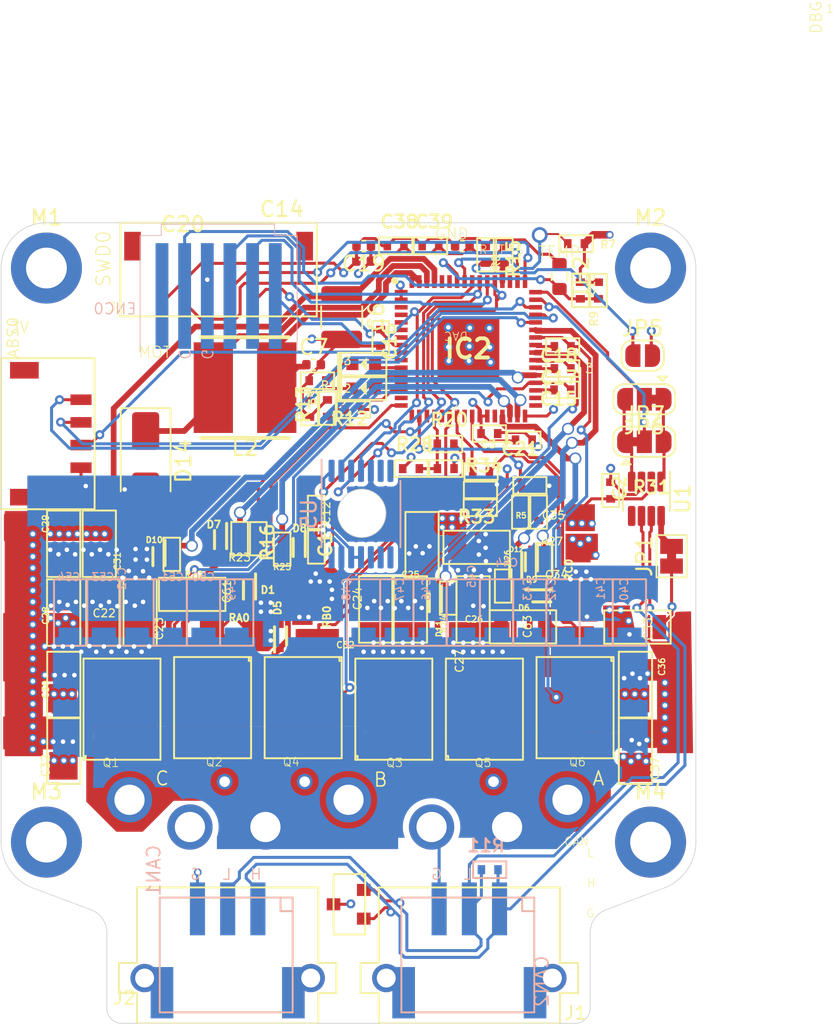
<source format=kicad_pcb>
(kicad_pcb (version 20221018) (generator pcbnew)
  (layers (0 "F.Cu" signal) (1 "In1.Cu" signal) (2 "In2.Cu" signal) (31 "B.Cu" signal) (34 "B.Paste" user) (35 "F.Paste" user) (36 "B.SilkS" user "B.Silkscreen") (37 "F.SilkS" user "F.Silkscreen") (38 "B.Mask" user) (39 "F.Mask" user) (44 "Edge.Cuts" user))
  (net 0 "")
  (net 1 "/SHA")
  (net 2 "/SHB")
  (net 3 "/SHC")
  (net 4 "/NRST")
  (net 5 "/VTEMP_FET")
  (net 6 "/BOOT1")
  (net 7 "/BOOT2")
  (net 8 "/BOOT3")
  (net 9 "/VBAT_SENSE")
  (net 11 "/SXA_P")
  (net 12 "V+")
  (net 13 "/SXB_P")
  (net 14 "/SXC_P")
  (net 15 "/GLA_D")
  (net 16 "/LED2")
  (net 17 "/LED1")
  (net 18 "/GLB_D")
  (net 19 "/GLC_D")
  (net 20 "/GLA")
  (net 21 "/GLB")
  (net 22 "/GLC")
  (net 23 "/GHA")
  (net 24 "/GHA_D")
  (net 25 "/GHB")
  (net 26 "/GHB_D")
  (net 27 "/GHC")
  (net 28 "/GHC_D")
  (net 29 "/DEBUG1")
  (net 30 "/DEBUG2")
  (net 31 "GND")
  (net 32 "/CAN_P")
  (net 33 "/CAN_N")
  (net 35 "/CAN_TX")
  (net 36 "/CAN_RX")
  (net 37 "/OUTPUT_PIN")
  (net 38 "/UART_TXD")
  (net 40 "/UART_RXD")
  (net 42 "/VTEMP_MOT")
  (net 44 "/SWDIO")
  (net 45 "/SWCLK")
  (net 53 "Z1")
  (net 54 "Z2")
  (net 55 "Z3")
  (net 56 "Net-(D14-K)")
  (net 57 "/PA1")
  (net 58 "/PA3")
  (net 59 "/PA7")
  (net 60 "/PB0")
  (net 61 "/PB2")
  (net 62 "Net-(IC2-REGIN)")
  (net 63 "Net-(IC2-PA11)")
  (net 64 "Net-(IC2-PA12)")
  (net 65 "Net-(IC2-SCREF)")
  (net 67 "+3.3V")
  (net 70 "/PC5")
  (net 72 "Net-(D2-PadCATHODE)")
  (net 73 "Net-(D3-PadCATHODE)")
  (net 74 "/AS5048_CS")
  (net 75 "/AS5048_SCLK")
  (net 76 "/AS5048_MISO")
  (net 77 "/AS5048_MOSI")
  (net 86 "Net-(JP1-B)")
  (net 88 "+3V3")
  (footprint "controller:C1206" (layer "F.Cu") (at 132.2361 104.3036 90)
    (fp_text reference "C22")
    (fp_text value "10uF 50V" hide)
  )
  (footprint "controller:C0402" (layer "F.Cu") (at 162.68 86.7 180)
    (fp_text reference "C18")
    (fp_text value "1uF")
  )
  (footprint "controller:C0402" (layer "F.Cu") (at 146.36 97.67 90)
    (fp_text reference "C12")
    (fp_text value "10uF" hide)
  )
  (footprint "controller:R0402" (layer "F.Cu") (at 152.64 94.78)
    (fp_text reference "R28")
    (fp_text value "22k" hide)
  )
  (footprint "controller:SOT23-3" (layer "F.Cu") (at 148.51 123.62 90)
    (fp_text reference "D4" hide)
    (fp_text value "DUAL_TVS" hide)
  )
  (footprint "MountingHole:MountingHole_2.7mm_M2.5_DIN965_Pad" (layer "F.Cu") (at 128.5011 81.5036)
    (fp_text reference "M1")
    (fp_text value "MOUNT")
  )
  (footprint "controller:16AWG_PAD" (layer "F.Cu") (at 163.0011 116.7036)
    (fp_text reference "C0" hide)
    (fp_text value "PAD16AWG_PAD" hide)
  )
  (footprint "Jumper:SolderJumper-2_P1.3mm_Open_RoundedPad1.0x1.5mm" (layer "F.Cu") (at 167.98 87.3)
    (fp_text reference "JP5")
    (fp_text value "SolderJumper_2_Open" hide)
  )
  (footprint "controller:R0402" (layer "F.Cu") (at 157.24 96.19)
    (fp_text reference "R34")
    (fp_text value "22k" hide)
  )
  (footprint "controller:R0402" (layer "F.Cu") (at 155.1011 103.3536 -90)
    (fp_text reference "R24")
    (fp_text value "10" hide)
  )
  (footprint "controller:NetTie-2_SMD_Pad0.2mm" (layer "F.Cu") (at 162.99 104.96)
    (fp_text reference "NT5" hide)
    (fp_text value "NetTie_2" hide)
  )
  (footprint "controller:M1206" (layer "F.Cu") (at 146.0011 104.8036 -90)
    (fp_text reference "RB0")
    (fp_text value "0.5mOhm 1% 2W" hide)
  )
  (footprint "controller:R0402" (layer "F.Cu") (at 157.23 97.37 180)
    (fp_text reference "R33")
    (fp_text value "22k" hide)
  )
  (footprint "controller:C1206" (layer "F.Cu") (at 134.7011 104.3036 90)
    (fp_text reference "C23")
    (fp_text value "10uF 50V" hide)
  )
  (footprint "controller:R0402" (layer "F.Cu") (at 157.57 80.63 90)
    (fp_text reference "R8")
    (fp_text value "22k" hide)
  )
  (footprint "controller:SODFL1608X70N" (layer "F.Cu") (at 160.6111 100.9536 -90)
    (fp_text reference "D9")
    (fp_text value "BAT41KFILM" hide)
  )
  (footprint "Jumper:SolderJumper-2_P1.3mm_Bridged_Pad1.0x1.5mm" (layer "F.Cu") (at 169.89 100.58 90)
    (fp_text reference "JP1")
    (fp_text value "SolderJumper_2_Bridged")
  )
  (footprint "controller:NetTie-2_SMD_Pad0.2mm" (layer "F.Cu") (at 146.62 104.46 180)
    (fp_text reference "NT1" hide)
    (fp_text value "NetTie_2" hide)
  )
  (footprint "controller:R0402" (layer "F.Cu") (at 161.4511 100.8036 -90)
    (fp_text reference "R27")
    (fp_text value "10" hide)
  )
  (footprint "controller:M1206" (layer "F.Cu") (at 163.75 104.62 -90)
    (fp_text reference "RC0")
    (fp_text value "0.5mOhm 1% 2W" hide)
  )
  (footprint "controller:R0402" (layer "F.Cu") (at 158.82 80.63 -90)
    (fp_text reference "R15")
    (fp_text value "10k")
  )
  (footprint "controller:C0402" (layer "F.Cu") (at 165.86 96.23 -90)
    (fp_text reference "C2")
    (fp_text value "0.1uF")
  )
  (footprint "controller:R0402" (layer "F.Cu") (at 148.83 90.88 180)
    (fp_text reference "R12")
    (fp_text value "22k" hide)
  )
  (footprint "controller:LED0603" (layer "F.Cu") (at 149.51 87.86)
    (fp_text reference "D3")
    (fp_text value "MF-LED-0603-RED" hide)
  )
  (footprint "controller:C1206" (layer "F.Cu") (at 138.1511 103.1036)
    (fp_text reference "C61")
    (fp_text value "0.1uF 50V" hide)
  )
  (footprint "controller:R0402" (layer "F.Cu") (at 159.88 97.66 -90)
    (fp_text reference "R5")
    (fp_text value "100k" hide)
  )
  (footprint "Capacitor_SMD:C_1210_3225Metric" (layer "F.Cu") (at 148.05 84.75 -90)
    (fp_text reference "C6")
    (fp_text value "NM1210B224K251CEGN")
  )
  (footprint "controller:SODFL1608X70N" (layer "F.Cu") (at 159.5711 101.4436 -90)
    (fp_text reference "D12")
    (fp_text value "BAT41KFILM" hide)
  )
  (footprint "controller:C0402" (layer "F.Cu") (at 162.66 89.57 180)
    (fp_text reference "C15")
    (fp_text value "1uF")
  )
  (footprint "controller:C0402" (layer "F.Cu") (at 160.11 92.88 180)
    (fp_text reference "C21")
    (fp_text value "100nF" hide)
  )
  (footprint "controller:XT30PW_MALE" (layer "F.Cu") (at 156.5011 118.5036 180)
    (fp_text reference "J1")
    (fp_text value "XT30XT30PW_MALE" hide)
  )
  (footprint "controller:R0402" (layer "F.Cu") (at 158.7461 102.5536 -90)
    (fp_text reference "R26")
    (fp_text value "10" hide)
  )
  (footprint "controller:R0402" (layer "F.Cu") (at 141.29 99.41 -90)
    (fp_text reference "R23")
    (fp_text value "10" hide)
  )
  (footprint "controller:C1206" (layer "F.Cu") (at 129.6511 113.4536 -90)
    (fp_text reference "C32")
    (fp_text value "10uF 50V" hide)
  )
  (footprint "controller:LED0603" (layer "F.Cu") (at 149.5 89.48)
    (fp_text reference "D2")
    (fp_text value "MF-LED-0603-RED" hide)
  )
  (footprint "controller:XT30PW_MALE" (layer "F.Cu") (at 140.5011 118.5036 180)
    (fp_text reference "J2")
    (fp_text value "XT30XT30PW_MALE" hide)
  )
  (footprint "controller:C0603_NOBORDER" (layer "F.Cu") (at 148.2561 105.8536 180)
    (fp_text reference "C62")
    (fp_text value "0.1uF 50V" hide)
  )
  (footprint "Jumper:SolderJumper-3_P1.3mm_Bridged12_RoundedPad1.0x1.5mm" (layer "F.Cu") (at 168.09 93)
    (fp_text reference "JP7")
    (fp_text value "SolderJumper_3_Bridged12" hide)
  )
  (footprint "Capacitor_SMD:C_0402_1005Metric" (layer "F.Cu") (at 149.51 80.05 180)
    (fp_text reference "C19")
    (fp_text value "100nF" hide)
  )
  (footprint "controller:16AWG_PAD" (layer "F.Cu") (at 148.5011 116.7036)
    (fp_text reference "B0" hide)
    (fp_text value "PAD16AWG_PAD" hide)
  )
  (footprint "controller:C1206" (layer "F.Cu") (at 156.7511 104.1036 90)
    (fp_text reference "C26")
    (fp_text value "10uF 50V" hide)
  )
  (footprint "controller:SODFL1608X70N" (layer "F.Cu") (at 154.2511 103.6536 -90)
    (fp_text reference "D11")
    (fp_text value "BAT41KFILM" hide)
  )
  (footprint "controller:SOP_ADVANCE_8" (layer "F.Cu") (at 151.5011 110.5036)
    (fp_text reference "Q3")
    (fp_text value "TPH1R204PLSOP_ADVANCE_8" hide)
  )
  (footprint "controller:C1206" (layer "F.Cu") (at 129.6411 104.3136 90)
    (fp_text reference "C28")
    (fp_text value "10uF 50V" hide)
  )
  (footprint "controller:SODFL1608X70N" (layer "F.Cu") (at 145.24 100 -90)
    (fp_text reference "D8")
    (fp_text value "BAT41KFILM" hide)
  )
  (footprint "controller:JST_S6B-ZR-SM4A-TF(LF)(SN)" (layer "F.Cu") (at 139.9011 83.8036)
    (fp_text reference "SWD0")
    (fp_text value "JST-ZH6" hide)
  )
  (footprint "controller:NetTie-2_SMD_Pad0.2mm" (layer "F.Cu") (at 162.99 104.3)
    (fp_text reference "NT6" hide)
    (fp_text value "NetTie_2" hide)
  )
  (footprint "controller:C1206_NOBORDER" (layer "F.Cu") (at 163.7311 99.0886 90)
    (fp_text reference "C35")
    (fp_text value "10uF 50V" hide)
  )
  (footprint "Diode_SMD:D_SMA" (layer "F.Cu") (at 135.07 94.29 -90)
    (fp_text reference "D14")
    (fp_text value "STPS1H100A" hide)
  )
  (footprint "SamacSys:QFN50P900X900X100-65N-D" (layer "F.Cu") (at 156.44 86.85)
    (fp_text reference "IC2")
    (fp_text value "STSPIN32G4" hide)
  )
  (footprint "controller:24AWG_PAD" (layer "F.Cu") (at 140.3011 115.5036)
    (fp_text reference "DA0" hide)
    (fp_text value "PAD24AWG_PAD" hide)
  )
  (footprint "Capacitor_SMD:C_0402_1005Metric" (layer "F.Cu") (at 156.04 80.05 180)
    (fp_text reference "C14")
    (fp_text value "10uF" hide)
  )
  (footprint "controller:R0402" (layer "F.Cu") (at 157.28 94.97)
    (fp_text reference "R31")
    (fp_text value "1.5k" hide)
  )
  (footprint "controller:C0402" (layer "F.Cu") (at 151.62 80.03)
    (fp_text reference "C38")
    (fp_text value "1uF")
  )
  (footprint "controller:C0402" (layer "F.Cu") (at 160.51 95.89)
    (fp_text reference "C57" hide)
    (fp_text value "0.01uF" hide)
  )
  (footprint "controller:SODFL1608X70N" (layer "F.Cu") (at 141.9461 102.8186 -90)
    (fp_text reference "D1")
    (fp_text value "BAT41KFILM" hide)
  )
  (footprint "controller:M1206" (layer "F.Cu") (at 140.8611 105.7336 180)
    (fp_text reference "RA0")
    (fp_text value "0.5mOhm 1% 2W" hide)
  )
  (footprint "controller:C1206" (layer "F.Cu") (at 167.63 105.27)
    (fp_text reference "C33")
    (fp_text value "10uF 50V" hide)
  )
  (footprint "controller:R0402" (layer "F.Cu") (at 147.11 90.78 90)
    (fp_text reference "R13")
    (fp_text value "22k" hide)
  )
  (footprint "EasyEda2Kicad:IND-SMD_L5.8-W5.2_SCD0503T" (layer "F.Cu") (at 141.65 89.42 180)
    (fp_text reference "L2")
    (fp_text value "18uH/1A")
  )
  (footprint "controller:C1206" (layer "F.Cu") (at 153.37 99.85 -90)
    (fp_text reference "C27")
    (fp_text value "10uF 50V" hide)
  )
  (footprint "controller:SODFL1608X70N" (layer "F.Cu") (at 135.9511 100.6036 -90)
    (fp_text reference "D10")
    (fp_text value "BAT41KFILM" hide)
  )
  (footprint "controller:R0402" (layer "F.Cu") (at 144.1118 100.1118 -90)
    (fp_text reference "R25")
    (fp_text value "10" hide)
  )
  (footprint "Capacitor_SMD:C_0402_1005Metric" (layer "F.Cu") (at 149.5 81.05 180)
    (fp_text reference "C20")
    (fp_text value "100nF")
  )
  (footprint "Jumper:SolderJumper-3_P1.3mm_Bridged12_RoundedPad1.0x1.5mm" (layer "F.Cu") (at 168.09 90.19 180)
    (fp_text reference "JP6")
    (fp_text value "SolderJumper_3_Bridged12" hide)
  )
  (footprint "controller:C0402" (layer "F.Cu") (at 153.93 80.03)
    (fp_text reference "C39")
    (fp_text value "100nF" hide)
  )
  (footprint "controller:C1206" (layer "F.Cu") (at 156.99 99.99)
    (fp_text reference "C34")
    (fp_text value "10uF 50V" hide)
  )
  (footprint "controller:NetTie-2_SMD_Pad0.2mm" (layer "F.Cu") (at 141.21 104.62 -90)
    (fp_text reference "NT8" hide)
    (fp_text value "NetTie_2" hide)
  )
  (footprint "controller:R0402" (layer "F.Cu") (at 161.09 97.66 -90)
    (fp_text reference "R6" hide)
    (fp_text value "4.7k" hide)
  )
  (footprint "controller:SOP_ADVANCE_8" (layer "F.Cu") (at 157.5011 110.5036)
    (fp_text reference "Q5")
    (fp_text value "TPH1R204PLSOP_ADVANCE_8" hide)
  )
  (footprint "MountingHole:MountingHole_2.7mm_M2.5_DIN965_Pad" (layer "F.Cu") (at 168.5011 81.5036)
    (fp_text reference "M2")
    (fp_text value "MOUNT" hide)
  )
  (footprint "controller:C0402" (layer "F.Cu") (at 146.37 99.97 -90)
    (fp_text reference "C1")
    (fp_text value "100nF" hide)
  )
  (footprint "controller:24AWG_PAD" (layer "F.Cu") (at 158.1011 115.5036)
    (fp_text reference "DC0" hide)
    (fp_text value "PAD24AWG_PAD" hide)
  )
  (footprint "controller:C0402" (layer "F.Cu") (at 150.63 86.12 -90)
    (fp_text reference "C16")
    (fp_text value "0.1uF" hide)
  )
  (footprint "controller:R0402" (layer "F.Cu") (at 154.93 93.15)
    (fp_text reference "R20")
    (fp_text value "1.5k")
  )
  (footprint "controller:C0402" (layer "F.Cu") (at 157.83 92.46 180)
    (fp_text reference "C3")
    (fp_text value "1uF" hide)
  )
  (footprint "controller:C0402" (layer "F.Cu") (at 162.68 88.16 180)
    (fp_text reference "C17")
    (fp_text value "1uF")
  )
  (footprint "controller:C1206" (layer "F.Cu") (at 132.0011 99.7536 -90)
    (fp_text reference "C31")
    (fp_text value "10uF 50V" hide)
  )
  (footprint "controller:C0402" (layer "F.Cu") (at 163.85 82.99 90)
    (fp_text reference "C13")
    (fp_text value "0.1uF" hide)
  )
  (footprint "controller:C1206" (layer "F.Cu") (at 167.5011 113.4536 -90)
    (fp_text reference "C37")
    (fp_text value "10uF 50V" hide)
  )
  (footprint "controller:16AWG_PAD" (layer "F.Cu") (at 134.0011 116.7036)
    (fp_text reference "A0" hide)
    (fp_text value "PAD16AWG_PAD" hide)
  )
  (footprint "controller:SOP_ADVANCE_8" (layer "F.Cu") (at 133.5011 110.5036)
    (fp_text reference "Q1")
    (fp_text value "TPH1R204PLSOP_ADVANCE_8" hide)
  )
  (footprint "controller:SODFL1608X70N" (layer "F.Cu") (at 144.0011 105.8536 90)
    (fp_text reference "D5")
    (fp_text value "BAT41KFILM" hide)
  )
  (footprint "controller:24AWG_PAD" (layer "F.Cu") (at 161.16 79.32)
    (fp_text reference "TEMP2" hide)
    (fp_text value "PAD24AWG_PAD" hide)
  )
  (footprint "controller:SOP_ADVANCE_8" (layer "F.Cu") (at 139.5011 110.8036 180)
    (fp_text reference "Q2")
    (fp_text value "TPH1R204PLSOP_ADVANCE_8" hide)
  )
  (footprint "controller:C1206" (layer "F.Cu") (at 160.0511 105.2536)
    (fp_text reference "C63")
    (fp_text value "0.1uF 50V" hide)
  )
  (footprint "controller:NetTie-2_SMD_Pad0.2mm" (layer "F.Cu") (at 146.79 105.11 180)
    (fp_text reference "NT4" hide)
    (fp_text value "NetTie_2" hide)
  )
  (footprint "controller:JST_S4B-ZR-SM4A-TF(LF)(SN)" (layer "F.Cu") (at 129.52 92.47 90)
    (fp_text reference "ABS0")
    (fp_text value "JST_ZH4" hide)
  )
  (footprint "controller:C1206" (layer "F.Cu") (at 150.3011 104.1036 90)
    (fp_text reference "C24")
    (fp_text value "10uF 50V" hide)
  )
  (footprint "controller:R0402" (layer "F.Cu") (at 154.94 94.78)
    (fp_text reference "R29" hide)
    (fp_text value "22k" hide)
  )
  (footprint "controller:R0402" (layer "F.Cu") (at 136.8011 100.4536 -90)
    (fp_text reference "R22")
    (fp_text value "10" hide)
  )
  (footprint "controller:R0402" (layer "F.Cu") (at 146.45 88.96)
    (fp_text reference "R1")
    (fp_text value "510" hide)
  )
  (footprint "MountingHole:MountingHole_2.7mm_M2.5_DIN965_Pad" (layer "F.Cu") (at 128.5011 119.5036)
    (fp_text reference "M3")
    (fp_text value "MOUNT")
  )
  (footprint "controller:SOP_ADVANCE_8" (layer "F.Cu") (at 163.5011 110.8036 180)
    (fp_text reference "Q6")
    (fp_text value "TPH1R204PLSOP_ADVANCE_8" hide)
  )
  (footprint "controller:SOP_ADVANCE_8" (layer "F.Cu") (at 145.5011 110.8036 180)
    (fp_text reference "Q4")
    (fp_text value "TPH1R204PLSOP_ADVANCE_8" hide)
  )
  (footprint "controller:R0402" (layer "F.Cu") (at 163.57 79.89)
    (fp_text reference "R7")
    (fp_text value "10k" hide)
  )
  (footprint "controller:C1206" (layer "F.Cu") (at 167.5011 109.1036 -90)
    (fp_text reference "C36")
    (fp_text value "10uF 50V" hide)
  )
  (footprint "Package_TO_SOT_SMD:TSOT-23-8" (layer "F.Cu") (at 168.225 96.7775 -90)
    (fp_text reference "U1")
    (fp_text value "MAX3051")
  )
  (footprint "Resistor_SMD:R_0603_1608Metric" (layer "F.Cu") (at 162.47 82.065 -90)
    (fp_text reference "TH2")
    (fp_text value "47k")
  )
  (footprint "controller:C1206" (layer "F.Cu") (at 129.6511 109.1036 -90)
    (fp_text reference "C30")
    (fp_text value "10uF 50V" hide)
  )
  (footprint "controller:NetTie-2_SMD_Pad0.2mm" (layer "F.Cu") (at 140.52 104.63 -90)
    (fp_text reference "NT7" hide)
    (fp_text value "NetTie_2" hide)
  )
  (footprint "controller:SODFL1608X70N" (layer "F.Cu") (at 161.3011 103.2036)
    (fp_text reference "D6")
    (fp_text value "BAT41KFILM" hide)
  )
  (footprint "controller:SODFL1608X70N" (layer "F.Cu") (at 140.03 99.48 -90)
    (fp_text reference "D7")
    (fp_text value "BAT41KFILM" hide)
  )
  (footprint "controller:R0402" (layer "F.Cu") (at 142.53 99.42 -90)
    (fp_text reference "R16")
    (fp_text value "1.5k")
  )
  (footprint "controller:R0402" (layer "F.Cu") (at 145.93 90.82 90)
    (fp_text reference "R2")
    (fp_text value "510" hide)
  )
  (footprint "MountingHole:MountingHole_2.7mm_M2.5_DIN965_Pad" (layer "F.Cu") (at 168.5011 119.5036)
    (fp_text reference "M4")
    (fp_text value "MOUNT")
  )
  (footprint "controller:C1206" (layer "F.Cu") (at 152.6011 104.1036 90)
    (fp_text reference "C25")
    (fp_text value "10uF 50V" hide)
  )
  (footprint "controller:24AWG_PAD" (layer "F.Cu") (at 145.6011 115.5036)
    (fp_text reference "DB0" hide)
    (fp_text value "PAD24AWG_PAD" hide)
  )
  (footprint "controller:R0402" (layer "F.Cu") (at 165.05 82.99 90)
    (fp_text reference "R9")
    (fp_text value "10k" hide)
  )
  (footprint "controller:C1206" (layer "F.Cu") (at 129.6411 99.7536 -90)
    (fp_text reference "C29")
    (fp_text value "10uF 50V" hide)
  )
  (footprint "Capacitor_SMD:C_0402_1005Metric" (layer "F.Cu") (at 146.19 87.9)
    (fp_text reference "C7")
    (fp_text value "10uF" hide)
  )
  (footprint "controller:C1206_NOCREAM" (layer "B.Cu") (at 151.7011 104.3036 90)
    (fp_text reference "C47")
    (fp_text value "DNP" hide)
  )
  (footprint "controller:R0402" (layer "B.Cu") (at 157.85 121.33 180)
    (fp_text reference "R11")
    (fp_text value "120")
  )
  (footprint "controller:JST_S3B-PH-SM4-TB(LF)(SN)" (layer "B.Cu") (at 140.5011 126.9036)
    (fp_text reference "CAN1")
    (fp_text value "JST-PH3" hide)
  )
  (footprint "controller:C1206_NOCREAM" (layer "B.Cu") (at 160.5011 104.3036 90)
    (fp_text reference "C43")
    (fp_text value "DNP" hide)
  )
  (footprint "controller:C1206_NOCREAM" (layer "B.Cu") (at 167.1011 104.3036 90)
    (fp_text reference "C40")
    (fp_text value "DNP" hide)
  )
  (footprint "controller:PICO-SPOX-SMT-RA-6-NOPASTE" (layer "B.Cu") (at 139.9011 83.3536 180)
    (fp_text reference "ENC0")
    (fp_text value "PICO-SPOX-6NOPASTE" hide)
  )
  (footprint "controller:C1206_NOCREAM" (layer "B.Cu") (at 149.5011 104.3036 90)
    (fp_text reference "C48")
    (fp_text value "DNP" hide)
  )
  (footprint "controller:JST_S3B-PH-SM4-TB(LF)(SN)" (layer "B.Cu") (at 156.5011 126.9036)
    (fp_text reference "CAN2")
    (fp_text value "JST-PH3" hide)
  )
  (footprint "controller:C1206_NOCREAM" (layer "B.Cu") (at 132.3011 104.3036 90)
    (fp_text reference "C53")
    (fp_text value "DNP" hide)
  )
  (footprint "controller:C1206_NOCREAM" (layer "B.Cu") (at 136.7011 104.3036 90)
    (fp_text reference "C51")
    (fp_text value "DNP" hide)
  )
  (footprint "controller:C1206_NOCREAM" (layer "B.Cu") (at 162.7011 104.3036 90)
    (fp_text reference "C42")
    (fp_text value "DNP" hide)
  )
  (footprint "controller:C1206_NOCREAM" (layer "B.Cu") (at 156.1011 104.3036 90)
    (fp_text reference "C45")
    (fp_text value "DNP" hide)
  )
  (footprint "controller:C1206_NOCREAM" (layer "B.Cu") (at 141.1011 104.3036 90)
    (fp_text reference "C49")
    (fp_text value "DNP" hide)
  )
  (footprint "controller:C1206_NOCREAM" (layer "B.Cu") (at 130.1011 104.3036 90)
    (fp_text reference "C54")
    (fp_text value "DNP" hide)
  )
  (footprint "Package_SO:TSSOP-14_4.4x5mm_P0.65mm" (layer "B.Cu") (at 149.33 97.79 -90)
    (fp_text reference "U5")
    (fp_text value "AS5048A")
  )
  (footprint "controller:C1206_NOCREAM" (layer "B.Cu") (at 134.5011 104.3036 90)
    (fp_text reference "C52")
    (fp_text value "DNP" hide)
  )
  (footprint "controller:C1206_NOCREAM" (layer "B.Cu") (at 158.3011 104.3036 90)
    (fp_text reference "C44")
    (fp_text value "DNP" hide)
  )
  (footprint "controller:C1206_NOCREAM" (layer "B.Cu") (at 164.9011 104.3036 90)
    (fp_text reference "C41")
    (fp_text value "DNP" hide)
  )
  (footprint "controller:C1206_NOCREAM" (layer "B.Cu") (at 138.9011 104.3036 90)
    (fp_text reference "C50")
    (fp_text value "DNP" hide)
  )
  (footprint "controller:C1206_NOCREAM" (layer "B.Cu") (at 153.9011 104.3036 90)
    (fp_text reference "C46")
    (fp_text value "DNP" hide)
  )
  (gr_arc (start 133.5011 131.5036) (mid 132.793993 131.210707) (end 132.5011 130.5036) (stroke (width 0.05)) (layer "Edge.Cuts"))
  (gr_line (start 171.5011 119.5036) (end 171.5011 81.5036) (stroke (width 0.05)) (layer "Edge.Cuts"))
  (gr_arc (start 164.5011 125.5036) (mid 164.771091 124.600261) (end 165.501099 124.0036) (stroke (width 0.05)) (layer "Edge.Cuts"))
  (gr_line (start 168.5011 78.5036) (end 128.5011 78.5036) (stroke (width 0.05)) (layer "Edge.Cuts"))
  (gr_arc (start 168.5011 78.5036) (mid 170.62242 79.38228) (end 171.5011 81.5036) (stroke (width 0.05)) (layer "Edge.Cuts"))
  (gr_line (start 165.5011 124.0036) (end 169.5011 122.5036) (stroke (width 0.05)) (layer "Edge.Cuts"))
  (gr_line (start 125.5011 119.5036) (end 125.5011 81.5036) (stroke (width 0.05)) (layer "Edge.Cuts"))
  (gr_circle (center 149.38 97.738816) (end 150.77 96.96) (stroke (width 0.05)) (fill none) (layer "Edge.Cuts"))
  (gr_arc (start 171.5011 119.503599) (mid 170.951132 121.303621) (end 169.5011 122.5036) (stroke (width 0.05)) (layer "Edge.Cuts"))
  (gr_arc (start 125.5011 81.5036) (mid 126.37978 79.38228) (end 128.5011 78.5036) (stroke (width 0.05)) (layer "Edge.Cuts"))
  (gr_line (start 164.5011 130.5036) (end 164.5011 125.5036) (stroke (width 0.05)) (layer "Edge.Cuts"))
  (gr_line (start 133.5011 131.5036) (end 163.5011 131.5036) (stroke (width 0.05)) (layer "Edge.Cuts"))
  (gr_arc (start 164.5011 130.5036) (mid 164.208207 131.210707) (end 163.5011 131.5036) (stroke (width 0.05)) (layer "Edge.Cuts"))
  (gr_line (start 127.5011 122.5036) (end 131.5011 124.0036) (stroke (width 0.05)) (layer "Edge.Cuts"))
  (gr_arc (start 131.5011 124.0036) (mid 132.231108 124.600261) (end 132.5011 125.503599) (stroke (width 0.05)) (layer "Edge.Cuts"))
  (gr_arc (start 127.501101 122.5036) (mid 126.051069 121.303621) (end 125.5011 119.5036) (stroke (width 0.05)) (layer "Edge.Cuts"))
  (gr_line (start 132.5011 125.5036) (end 132.5011 130.5036) (stroke (width 0.05)) (layer "Edge.Cuts"))
  (gr_text "L" (at 140.8011 122.0536) (layer "B.SilkS") (effects (font (size 0.72 0.72) (thickness 0.08)) (justify left bottom mirror)))
  (gr_text "C" (at 138.0511 86.8036 -90) (layer "B.SilkS") (effects (font (size 0.72 0.72) (thickness 0.08)) (justify right top mirror)))
  (gr_text "G" (at 138.8011 122.0536) (layer "B.SilkS") (effects (font (size 0.72 0.72) (thickness 0.08)) (justify left bottom mirror)))
  (gr_text "G" (at 139.5511 86.8036 -90) (layer "B.SilkS") (effects (font (size 0.72 0.72) (thickness 0.08)) (justify right top mirror)))
  (gr_text "L" (at 156.7511 122.0536) (layer "B.SilkS") (effects (font (size 0.72 0.72) (thickness 0.08)) (justify left bottom mirror)))
  (gr_text "G" (at 154.7511 122.0536) (layer "B.SilkS") (effects (font (size 0.72 0.72) (thickness 0.08)) (justify left bottom mirror)))
  (gr_text "H" (at 142.8011 122.0536) (layer "B.SilkS") (effects (font (size 0.72 0.72) (thickness 0.08)) (justify left bottom mirror)))
  (gr_text "3V" (at 127.4011 85.0036) (layer "F.SilkS") (effects (font (size 0.736 0.736) (thickness 0.064)) (justify right top)))
  (gr_text "CAN" (at 162.7511 119.8036) (layer "F.SilkS") (effects (font (size 0.560832 0.560832) (thickness 0.048768)) (justify left bottom)))
  (gr_text "TEMP" (at 163.9011 80.0036) (layer "F.SilkS") (effects (font (size 0.736 0.736) (thickness 0.064)) (justify right top)))
  (gr_text "DBG" (at 179.03 63.76 90) (layer "F.SilkS") (effects (font (size 0.736 0.736) (thickness 0.064)) (justify right top)))
  (gr_text "G" (at 164.2011 124.5536) (layer "F.SilkS") (effects (font (size 0.560832 0.560832) (thickness 0.048768)) (justify left bottom)))
  (gr_text "MOT" (at 134.5511 87.5036) (layer "F.SilkS") (effects (font (size 0.736 0.736) (thickness 0.064)) (justify left bottom)))
  (gr_text "A" (at 164.592 115.824) (layer "F.SilkS") (effects (font (size 0.9144 0.9144) (thickness 0.1016)) (justify left bottom)))
  (gr_text "3" (at 164.11 88.52) (layer "F.SilkS") (effects (font (size 0.63 0.63) (thickness 0.07)) (justify left bottom)))
  (gr_text "DAC" (at 154.775 86.325 180) (layer "F.SilkS") (effects (font (size 0.560832 0.560832) (thickness 0.048768)) (justify right top)))
  (gr_text "H" (at 164.2511 122.5536) (layer "F.SilkS") (effects (font (size 0.560832 0.560832) (thickness 0.048768)) (justify left bottom)))
  (gr_text "GND" (at 156.5011 78.8036) (layer "F.SilkS") (effects (font (size 0.736 0.736) (thickness 0.064)) (justify right top)))
  (gr_text "B" (at 150.1011 115.9036) (layer "F.SilkS") (effects (font (size 0.9144 0.9144) (thickness 0.1016)) (justify left bottom)))
  (gr_text "3" (at 132.5511 84.4036) (layer "F.SilkS") (effects (font (size 0.560832 0.560832) (thickness 0.048768)) (justify left bottom)))
  (gr_text "G" (at 159.5011 80.6036) (layer "F.SilkS") (effects (font (size 0.560832 0.560832) (thickness 0.048768)) (justify left bottom)))
  (gr_text "1" (at 180.08 64.66) (layer "F.SilkS") (effects (font (size 0.560832 0.560832) (thickness 0.048768)) (justify left bottom)))
  (gr_text "2" (at 155.22 91) (layer "F.SilkS") (effects (font (size 0.560832 0.560832) (thickness 0.048768)) (justify left bottom)))
  (gr_text "R" (at 157.1011 80.6036) (layer "F.SilkS") (effects (font (size 0.560832 0.560832) (thickness 0.048768)) (justify left bottom)))
  (gr_text "T" (at 158.4011 80.6036) (layer "F.SilkS") (effects (font (size 0.560832 0.560832) (thickness 0.048768)) (justify left bottom)))
  (gr_text "L" (at 164.2511 120.5536) (layer "F.SilkS") (effects (font (size 0.560832 0.560832) (thickness 0.048768)) (justify left bottom)))
  (gr_text "C" (at 135.636 115.824) (layer "F.SilkS") (effects (font (size 0.9144 0.9144) (thickness 0.1016)) (justify left bottom)))
  (segment (start 160.0372 89.5) (end 158.36 89.5) (width 0.2) (layer "F.Cu") (net 1))
  (segment (start 160.9089 89.0811) (end 162.7211 89.0811) (width 0.2) (layer "F.Cu") (net 1))
  (segment (start 136.9822 105.0978) (end 137.93 104.15) (width 0.2) (layer "F.Cu") (net 1))
  (segment (start 157.74 90.12) (end 157.74 90.36) (width 0.2) (layer "F.Cu") (net 1))
  (segment (start 137.93 101.84) (end 138.304999 101.465001) (width 0.2) (layer "F.Cu") (net 1))
  (segment (start 160.89 89.1) (end 160.4372 89.1) (width 0.2) (layer "F.Cu") (net 1))
  (segment (start 158.36 89.5) (end 157.74 90.12) (width 0.2) (layer "F.Cu") (net 1))
  (segment (start 139.0511 111.1536) (end 136.9822 109.0847) (width 0.2) (layer "F.Cu") (net 1))
  (segment (start 162.7211 89.0811) (end 163.21 89.57) (width 0.2) (layer "F.Cu") (net 1))
  (segment (start 139.5011 111.1536) (end 139.0511 111.1536) (width 0.2) (layer "F.Cu") (net 1))
  (segment (start 136.9822 109.0847) (end 136.9822 105.0978) (width 0.2) (layer "F.Cu") (net 1))
  (segment (start 160.89 89.1) (end 160.9089 89.0811) (width 0.2) (layer "F.Cu") (net 1))
  (segment (start 137.93 104.15) (end 137.93 101.84) (width 0.2) (layer "F.Cu") (net 1))
  (segment (start 160.4372 89.1) (end 160.0372 89.5) (width 0.2) (layer "F.Cu") (net 1))
  (via (at 157.74 90.36) (size 0.6) (drill 0.3) (layers "F.Cu" "B.Cu") (net 1))
  (via (at 138.304999 101.465001) (size 0.6) (drill 0.3) (layers "F.Cu" "B.Cu") (net 1))
  (segment (start 141.864999 101.465001) (end 144.86 98.47) (width 0.2) (layer "B.Cu") (net 1))
  (segment (start 138.304999 101.465001) (end 141.864999 101.465001) (width 0.2) (layer "B.Cu") (net 1))
  (segment (start 157.1267 89.7467) (end 157.74 90.36) (width 0.2) (layer "B.Cu") (net 1))
  (segment (start 150.483586 89.7467) (end 157.1267 89.7467) (width 0.2) (layer "B.Cu") (net 1))
  (segment (start 144.86 95.370286) (end 150.483586 89.7467) (width 0.2) (layer "B.Cu") (net 1))
  (segment (start 144.86 98.47) (end 144.86 95.370286) (width 0.2) (layer "B.Cu") (net 1))
  (segment (start 162.7411 87.6711) (end 163.23 88.16) (width 0.2) (layer "F.Cu") (net 2))
  (segment (start 146.702708 111.1536) (end 148.5835 109.272808) (width 0.2) (layer "F.Cu") (net 2))
  (segment (start 160.9611 87.6711) (end 162.7411 87.6711) (width 0.2) (layer "F.Cu") (net 2))
  (segment (start 163.23 88.16) (end 163.6489 88.5789) (width 0.2) (layer "F.Cu") (net 2))
  (segment (start 145.5011 111.1536) (end 146.702708 111.1536) (width 0.2) (layer "F.Cu") (net 2))
  (segment (start 160.89 87.6) (end 160.9611 87.6711) (width 0.2) (layer "F.Cu") (net 2))
  (segment (start 163.6489 90.526322) (end 163.337611 90.837611) (width 0.2) (layer "F.Cu") (net 2))
  (segment (start 163.6489 88.5789) (end 163.6489 90.526322) (width 0.2) (layer "F.Cu") (net 2))
  (via (at 148.5835 109.272808) (size 0.6) (drill 0.3) (layers "F.Cu" "B.Cu") (net 2))
  (via (at 163.337611 90.837611) (size 0.6) (drill 0.3) (layers "F.Cu" "B.Cu") (net 2))
  (segment (start 161.7811 93.424586) (end 161.7811 92.1089) (width 0.2) (layer "B.Cu") (net 2))
  (segment (start 163.052389 90.837611) (end 163.337611 90.837611) (width 0.2) (layer "B.Cu") (net 2))
  (segment (start 148.34 109.029308) (end 148.34 102.3869) (width 0.2) (layer "B.Cu") (net 2))
  (segment (start 148.34 102.3869) (end 148.7669 101.96) (width 0.2) (layer "B.Cu") (net 2))
  (segment (start 148.5835 109.272808) (end 148.34 109.029308) (width 0.2) (layer "B.Cu") (net 2))
  (segment (start 161.7811 92.1089) (end 163.052389 90.837611) (width 0.2) (layer "B.Cu") (net 2))
  (segment (start 153.245686 101.96) (end 161.7811 93.424586) (width 0.2) (layer "B.Cu") (net 2))
  (segment (start 148.7669 101.96) (end 153.245686 101.96) (width 0.2) (layer "B.Cu") (net 2))
  (segment (start 163.23 86.7) (end 162.63 86.1) (width 0.2) (layer "F.Cu") (net 3))
  (segment (start 163.68 86.7) (end 164.48 87.5) (width 0.2) (layer "F.Cu") (net 3))
  (segment (start 163.23 86.7) (end 163.68 86.7) (width 0.2) (layer "F.Cu") (net 3))
  (segment (start 162.63 86.1) (end 160.89 86.1) (width 0.2) (layer "F.Cu") (net 3))
  (segment (start 164.48 87.5) (end 164.48 91.64684) (width 0.2) (layer "F.Cu") (net 3))
  (segment (start 161.5761 113.5536) (end 161.3511 113.5536) (width 0.254) (layer "F.Cu") (net 3))
  (segment (start 164.48 91.64684) (end 163.903421 92.223419) (width 0.2) (layer "F.Cu") (net 3))
  (via (at 163.903421 92.223419) (size 0.6) (drill 0.3) (layers "F.Cu" "B.Cu") (net 3))
  (via (at 162.258886 109.911386) (size 0.6) (drill 0.3) (layers "F.Cu" "B.Cu") (net 3))
  (segment (start 162.09 101.8369) (end 162.09 98.791062) (width 0.2) (layer "B.Cu") (net 3))
  (segment (start 162.09 98.791062) (end 164.270002 96.61106) (width 0.2) (layer "B.Cu") (net 3))
  (segment (start 161.7122 102.2147) (end 162.09 101.8369) (width 0.2) (layer "B.Cu") (net 3))
  (segment (start 161.7122 109.3647) (end 161.7122 102.2147) (width 0.2) (layer "B.Cu") (net 3))
  (segment (start 164.270002 92.59) (end 163.903421 92.223419) (width 0.2) (layer "B.Cu") (net 3))
  (segment (start 162.258886 109.911386) (end 161.7122 109.3647) (width 0.2) (layer "B.Cu") (net 3))
  (segment (start 164.270002 96.61106) (end 164.270002 92.59) (width 0.2) (layer "B.Cu") (net 3))
  (segment (start 144.10886 82.9147) (end 144.592084 83.397924) (width 0.2) (layer "F.Cu") (net 4))
  (segment (start 143.04 82.9147) (end 144.10886 82.9147) (width 0.2) (layer "F.Cu") (net 4))
  (segment (start 150.22 85.57) (end 149.93 85.86) (width 0.2) (layer "F.Cu") (net 4))
  (segment (start 150.63 85.73) (end 150.63 85.57) (width 0.2) (layer "F.Cu") (net 4))
  (segment (start 150.63 85.57) (end 150.22 85.57) (width 0.2) (layer "F.Cu") (net 4))
  (segment (start 142.1511 83.8036) (end 143.04 82.9147) (width 0.2) (layer "F.Cu") (net 4))
  (segment (start 151.99 86.6) (end 151.5 86.6) (width 0.2) (layer "F.Cu") (net 4))
  (segment (start 151.5 86.6) (end 150.63 85.73) (width 0.2) (layer "F.Cu") (net 4))
  (via (at 149.93 85.86) (size 0.6) (drill 0.3) (layers "F.Cu" "B.Cu") (net 4))
  (via (at 144.592084 83.397924) (size 0.6) (drill 0.3) (layers "F.Cu" "B.Cu") (net 4))
  (segment (start 146.09306 84.8989) (end 148.9689 84.8989) (width 0.2) (layer "B.Cu") (net 4))
  (segment (start 144.592084 83.397924) (end 146.09306 84.8989) (width 0.2) (layer "B.Cu") (net 4))
  (segment (start 148.9689 84.8989) (end 149.93 85.86) (width 0.2) (layer "B.Cu") (net 4))
  (segment (start 161.850199 82.270199) (end 161.213581 82.270199) (width 0.2) (layer "F.Cu") (net 5))
  (segment (start 162.47 82.89) (end 161.850199 82.270199) (width 0.2) (layer "F.Cu") (net 5))
  (segment (start 154.940975 81.15) (end 154.78 81.15) (width 0.2) (layer "F.Cu") (net 5))
  (segment (start 162.47 82.89) (end 163.12 83.54) (width 0.2) (layer "F.Cu") (net 5))
  (segment (start 155.69 82.4) (end 155.69 81.899025) (width 0.2) (layer "F.Cu") (net 5))
  (segment (start 163.12 83.54) (end 165.05 83.54) (width 0.2) (layer "F.Cu") (net 5))
  (segment (start 155.69 81.899025) (end 154.940975 81.15) (width 0.2) (layer "F.Cu") (net 5))
  (via (at 161.213581 82.270199) (size 0.6) (drill 0.3) (layers "F.Cu" "B.Cu") (net 5))
  (via (at 154.78 81.15) (size 0.6) (drill 0.3) (layers "F.Cu" "B.Cu") (net 5))
  (segment (start 154.78 81.15) (end 155.84 82.21) (width 0.2) (layer "B.Cu") (net 5))
  (segment (start 161.153382 82.21) (end 161.213581 82.270199) (width 0.2) (layer "B.Cu") (net 5))
  (segment (start 155.84 82.21) (end 161.153382 82.21) (width 0.2) (layer "B.Cu") (net 5))
  (segment (start 162.11 89.57) (end 160.92 89.57) (width 0.2) (layer "F.Cu") (net 6))
  (segment (start 160.92 89.57) (end 160.89 89.6) (width 0.2) (layer "F.Cu") (net 6))
  (segment (start 162.13 88.16) (end 160.95 88.16) (width 0.2) (layer "F.Cu") (net 7))
  (segment (start 160.95 88.16) (end 160.89 88.1) (width 0.2) (layer "F.Cu") (net 7))
  (segment (start 162.13 86.7) (end 160.99 86.7) (width 0.2) (layer "F.Cu") (net 8))
  (segment (start 160.99 86.7) (end 160.89 86.6) (width 0.2) (layer "F.Cu") (net 8))
  (segment (start 153.19 93.48) (end 153.18 93.49) (width 0.2) (layer "F.Cu") (net 9))
  (segment (start 159.88 94.65) (end 159.77 94.54) (width 0.2) (layer "F.Cu") (net 9))
  (segment (start 159.88 97.11) (end 159.88 94.65) (width 0.2) (layer "F.Cu") (net 9))
  (segment (start 153.19 91.3) (end 153.19 93.48) (width 0.2) (layer "F.Cu") (net 9))
  (segment (start 161.09 98.21) (end 160.98 98.21) (width 0.2) (layer "F.Cu") (net 9))
  (segment (start 160.98 98.21) (end 159.88 97.11) (width 0.2) (layer "F.Cu") (net 9))
  (via (at 153.18 93.49) (size 0.6) (drill 0.3) (layers "F.Cu" "B.Cu") (net 9))
  (via (at 159.77 94.54) (size 0.6) (drill 0.3) (layers "F.Cu" "B.Cu") (net 9))
  (segment (start 153.18 93.49) (end 158.72 93.49) (width 0.2) (layer "B.Cu") (net 9))
  (segment (start 158.72 93.49) (end 159.77 94.54) (width 0.2) (layer "B.Cu") (net 9))
  (segment (start 143.035 100.475) (end 142.53 99.97) (width 0.2) (layer "F.Cu") (net 11))
  (segment (start 143.035 101.861) (end 143.035 100.475) (width 0.2) (layer "F.Cu") (net 11))
  (segment (start 140.52 104.376) (end 141.09722 103.79878) (width 0.2) (layer "F.Cu") (net 11))
  (segment (start 142.19128 102.70472) (end 143.035 101.861) (width 0.2) (layer "F.Cu") (net 11))
  (segment (start 141.09722 102.968312) (end 141.360812 102.70472) (width 0.2) (layer "F.Cu") (net 11))
  (segment (start 141.09722 103.79878) (end 141.09722 102.968312) (width 0.2) (layer "F.Cu") (net 11))
  (segment (start 141.360812 102.70472) (end 142.19128 102.70472) (width 0.2) (layer "F.Cu") (net 11))
  (segment (start 138.37 85.38) (end 132.95 90.8) (width 0.38) (layer "F.Cu") (net 12))
  (segment (start 154.19 81.595) (end 153.4928 80.8978) (width 0.38) (layer "F.Cu") (net 12))
  (segment (start 151.248008 80.8978) (end 150.04 82.105808) (width 0.38) (layer "F.Cu") (net 12))
  (segment (start 143.636876 85.38) (end 138.37 85.38) (width 0.38) (layer "F.Cu") (net 12))
  (segment (start 159.83 98.26) (end 156.16 98.26) (width 0.38) (layer "F.Cu") (net 12))
  (segment (start 145.622919 83.393957) (end 143.636876 85.38) (width 0.38) (layer "F.Cu") (net 12))
  (segment (start 132.95 90.8) (end 132.95 97.3547) (width 0.38) (layer "F.Cu") (net 12))
  (segment (start 154.19 82.4) (end 154.19 81.595) (width 0.38) (layer "F.Cu") (net 12))
  (segment (start 147.931043 83.393957) (end 145.622919 83.393957) (width 0.38) (layer "F.Cu") (net 12))
  (segment (start 150.04 82.105808) (end 150.04 82.155808) (width 0.38) (layer "F.Cu") (net 12))
  (segment (start 159.88 98.21) (end 159.83 98.26) (width 0.38) (layer "F.Cu") (net 12))
  (segment (start 148.05 83.275) (end 147.931043 83.393957) (width 0.38) (layer "F.Cu") (net 12))
  (segment (start 150.04 82.155808) (end 148.920808 83.275) (width 0.38) (layer "F.Cu") (net 12))
  (segment (start 132.95 97.3547) (end 132.0011 98.3036) (width 0.38) (layer "F.Cu") (net 12))
  (segment (start 156.16 98.26) (end 155.99 98.09) (width 0.38) (layer "F.Cu") (net 12))
  (segment (start 153.4928 80.8978) (end 151.248008 80.8978) (width 0.38) (layer "F.Cu") (net 12))
  (segment (start 148.920808 83.275) (end 148.05 83.275) (width 0.38) (layer "F.Cu") (net 12))
  (via (at 150.1511 106.9036) (size 0.508) (drill 0.3048) (layers "F.Cu" "B.Cu") (net 12))
  (via (at 153.4011 106.9036) (size 0.508) (drill 0.3048) (layers "F.Cu" "B.Cu") (net 12))
  (via (at 132.3011 106.5536) (size 0.508) (drill 0.3048) (layers "F.Cu" "B.Cu") (net 12))
  (via (at 133.8011 106.9036) (size 0.508) (drill 0.3048) (layers "F.Cu" "B.Cu") (net 12))
  (via (at 129.7011 108.4536) (size 0.508) (drill 0.3048) (layers "F.Cu" "B.Cu") (net 12))
  (via (at 134.8011 106.9036) (size 0.508) (drill 0.3048) (layers "F.Cu" "B.Cu") (net 12))
  (via (at 166.53 104.15) (size 0.508) (drill 0.3048) (layers "F.Cu" "B.Cu") (net 12))
  (via (at 150.8011 106.9036) (size 0.508) (drill 0.3048) (layers "F.Cu" "B.Cu") (net 12))
  (via (at 155.36 98.07) (size 0.508) (drill 0.3048) (layers "F.Cu" "B.Cu") (net 12))
  (via (at 149.5011 106.9036) (size 0.508) (drill 0.3048) (layers "F.Cu" "B.Cu") (net 12))
  (via (at 127.6011 105.8536) (size 0.508) (drill 0.3048) (layers "F.Cu" "B.Cu") (net 12))
  (via (at 131.7511 99.1036) (size 0.508) (drill 0.3048) (layers "F.Cu" "B.Cu") (net 12))
  (via (at 165.79 104.13) (size 0.508) (drill 0.3048) (layers "F.Cu" "B.Cu") (net 12))
  (via (at 127.6011 105.1036) (size 0.508) (drill 0.3048) (layers "F.Cu" "B.Cu") (net 12))
  (via (at 134.3011 106.5536) (size 0.508) (drill 0.3048) (layers "F.Cu" "B.Cu") (net 12))
  (via (at 127.6011 102.1036) (size 0.508) (drill 0.3048) (layers "F.Cu" "B.Cu") (net 12))
  (via (at 129.5908 106.553) (size 0.508) (drill 0.3048) (layers "F.Cu" "B.Cu") (net 12))
  (via (at 128.3011 112.8536) (size 0.508) (drill 0.3048) (layers "F.Cu" "B.Cu") (net 12))
  (via (at 131.3434 106.5276) (size 0.508) (drill 0.3048) (layers "F.Cu" "B.Cu") (net 12))
  (via (at 127.6011 108.1036) (size 0.508) (drill 0.3048) (layers "F.Cu" "B.Cu") (net 12))
  (via (at 166.7511 108.6536) (size 0.508) (drill 0.3048) (layers "F.Cu" "B.Cu") (net 12))
  (via (at 127.6011 103.6036) (size 0.508) (drill 0.3048) (layers "F.Cu" "B.Cu") (net 12))
  (via (at 163.3474 99.441) (size 0.508) (drill 0.3048) (layers "F.Cu" "B.Cu") (net 12))
  (via (at 152.7511 106.3036) (size 0.508) (drill 0.3048) (layers "F.Cu" "B.Cu") (net 12))
  (via (at 129.0011 106.5536) (size 0.508) (drill 0.3048) (layers "F.Cu" "B.Cu") (net 12))
  (via (at 151.4511 106.3036) (size 0.508) (drill 0.3048) (layers "F.Cu" "B.Cu") (net 12))
  (via (at 128.7511 99.1036) (size 0.508) (drill 0.3048) (layers "F.Cu" "B.Cu") (net 12))
  (via (at 128.9511 112.8536) (size 0.508) (drill 0.3048) (layers "F.Cu" "B.Cu") (net 12))
  (via (at 127.6011 99.8536) (size 0.508) (drill 0.3048) (layers "F.Cu" "B.Cu") (net 12))
  (via (at 129.3511 99.1036) (size 0.508) (drill 0.3048) (layers "F.Cu" "B.Cu") (net 12))
  (via (at 132.3511 99.1036) (size 0.508) (drill 0.3048) (layers "F.Cu" "B.Cu") (net 12))
  (via (at 167.2511 112.7536) (size 0.508) (drill 0.3048) (layers "F.Cu" "B.Cu") (net 12))
  (via (at 128.7761 104.6686) (size 0.508) (drill 0.3048) (layers "F.Cu" "B.Cu") (net 12))
  (via (at 157.4011 106.9036) (size 0.508) (drill 0.3048) (layers "F.Cu" "B.Cu") (net 12))
  (via (at 169.4511 109.7036) (size 0.508) (drill 0.3048) (layers "F.Cu" "B.Cu") (net 12))
  (via (at 127.6011 108.8536) (size 0.508) (drill 0.3048) (layers "F.Cu" "B.Cu") (net 12))
  (via (at 157.4011 106.3036) (size 0.508) (drill 0.3048) (layers "F.Cu" "B.Cu") (net 12))
  (via (at 127.6011 111.8536) (size 0.508) (drill 0.3048) (layers "F.Cu" "B.Cu") (net 12))
  (via (at 152.1011 106.3036) (size 0.508) (drill 0.3048) (layers "F.Cu" "B.Cu") (net 12))
  (via (at 168.3011 108.3536) (size 0.508) (drill 0.3048) (layers "F.Cu" "B.Cu") (net 12))
  (via (at 163.8511 99.7536) (size 0.508) (drill 0.3048) (layers "F.Cu" "B.Cu") (net 12))
  (via (at 130.3511 108.4536) (size 0.508) (drill 0.3048) (layers "F.Cu" "B.Cu") (net 12))
  (via (at 158.7011 106.9036) (size 0.508) (drill 0.3048) (layers "F.Cu" "B.Cu") (net 12))
  (via (at 156.7511 106.3036) (size 0.508) (drill 0.3048) (layers "F.Cu" "B.Cu") (net 12))
  (via (at 164.4011 99.4536) (size 0.508) (drill 0.3048) (layers "F.Cu" "B.Cu") (net 12))
  (via (at 127.6011 102.8536) (size 0.508) (drill 0.3048) (layers "F.Cu" "B.Cu") (net 12))
  (via (at 133.3011 106.5536) (size 0.508) (drill 0.3048) (layers "F.Cu" "B.Cu") (net 12))
  (via (at 169.4511 112.8536) (size 0.508) (drill 0.3048) (layers "F.Cu" "B.Cu") (net 12))
  (via (at 130.2761 105.0186) (size 0.508) (drill 0.3048) (layers "F.Cu" "B.Cu") (net 12))
  (via (at 150.8011 106.3036) (size 0.508) (drill 0.3048) (layers "F.Cu" "B.Cu") (net 12))
  (via (at 156.1011 106.9036) (size 0.508) (drill 0.3048) (layers "F.Cu" "B.Cu") (net 12))
  (via (at 128.4011 108.4536) (size 0.508) (drill 0.3048) (layers "F.Cu" "B.Cu") (net 12))
  (via (at 150.1648 106.299) (size 0.508) (drill 0.3048) (layers "F.Cu" "B.Cu") (net 12))
  (via (at 127.6011 111.1036) (size 0.508) (drill 0.3048) (layers "F.Cu" "B.Cu") (net 12))
  (via (at 154.71 98.67) (size 0.508) (drill 0.3048) (layers "F.Cu" "B.Cu") (net 12))
  (via (at 152.1011 106.9036) (size 0.508) (drill 0.3048) (layers "F.Cu" "B.Cu") (net 12))
  (via (at 155.99 98.09) (size 0.508) (drill 0.3048) (layers "F.Cu" "B.Cu") (net 12))
  (via (at 127.6011 107.3536) (size 0.508) (drill 0.3048) (layers "F.Cu" "B.Cu") (net 12))
  (via (at 127.6011 100.6036) (size 0.508) (drill 0.3048) (layers "F.Cu" "B.Cu") (net 12))
  (via (at 127.6011 99.1036) (size 0.508) (drill 0.3048) (layers "F.Cu" "B.Cu") (net 12))
  (via (at 168.2511 112.7536) (size 0.508) (drill 0.3048) (layers "F.Cu" "B.Cu") (net 12))
  (via (at 130.8011 106.9036) (size 0.508) (drill 0.3048) (layers "F.Cu" "B.Cu") (net 12))
  (via (at 129.7761 104.6686) (size 0.508) (drill 0.3048) (layers "F.Cu" "B.Cu") (net 12))
  (via (at 167.7511 113.0036) (size 0.508) (drill 0.3048) (layers "F.Cu" "B.Cu") (net 12))
  (via (at 132.8011 106.9036) (size 0.508) (drill 0.3048) (layers "F.Cu" "B.Cu") (net 12))
  (via (at 127.6011 109.6036) (size 0.508) (drill 0.3048) (layers "F.Cu" "B.Cu") (net 12))
  (via (at 169.4511 110.4536) (size 0.508) (drill 0.3048) (layers "F.Cu" "B.Cu") (net 12))
  (via (at 167.101102 105.753599) (size 0.508) (drill 0.3048) (layers "F.Cu" "B.Cu") (net 12))
  (via (at 127.6011 106.6036) (size 0.508) (drill 0.3048) (layers "F.Cu" "B.Cu") (net 12))
  (via (at 155.4511 106.9036) (size 0.508) (drill 0.3048) (layers "F.Cu" "B.Cu") (net 12))
  (via (at 127.6011 104.3536) (size 0.508) (drill 0.3048) (layers "F.Cu" "B.Cu") (net 12))
  (via (at 153.4011 106.3036) (size 0.508) (drill 0.3048) (layers "F.Cu" "B.Cu") (net 12))
  (via (at 151.4511 106.9036) (size 0.508) (drill 0.3048) (layers "F.Cu" "B.Cu") (net 12))
  (via (at 169.4511 112.0536) (size 0.508) (drill 0.3048) (layers "F.Cu" "B.Cu") (net 12))
  (via (at 129.2761 105.0186) (size 0.508) (drill 0.3048) (layers "F.Cu" "B.Cu") (net 12))
  (via (at 167.06 104.86) (size 0.508) (drill 0.3048) (layers "F.Cu" "B.Cu") (net 12))
  (via (at 131.1511 99.1036) (size 0.508) (drill 0.3048) (layers "F.Cu" "B.Cu") (net 12))
  (via (at 135.3011 106.5536) (size 0.508) (drill 0.3048) (layers "F.Cu" "B.Cu") (net 12))
  (via (at 164.8714 100.5078) (size 0.508) (drill 0.3048) (layers "F.Cu" "B.Cu") (net 12))
  (via (at 131.8011 106.9036) (size 0.508) (drill 0.3048) (layers "F.Cu" "B.Cu") (net 12))
  (via (at 129.0511 108.4536) (size 0.508) (drill 0.3048) (layers "F.Cu" "B.Cu") (net 12))
  (via (at 167.8011 108.6536) (size 0.508) (drill 0.3048) (layers "F.Cu" "B.Cu") (net 12))
  (via (at 129.9718 99.1108) (size 0.508) (drill 0.3048) (layers "F.Cu" "B.Cu") (net 12))
  (via (at 167.3011 108.3536) (size 0.508) (drill 0.3048) (layers "F.Cu" "B.Cu") (net 12))
  (via (at 156.7434 106.9086) (size 0.508) (drill 0.3048) (layers "F.Cu" "B.Cu") (net 12))
  (via (at 156.1011 106.3036) (size 0.508) (drill 0.3048) (layers "F.Cu" "B.Cu") (net 12))
  (via (at 127.6011 110.3536) (size 0.508) (drill 0.3048) (layers "F.Cu" "B.Cu") (net 12))
  (via (at 158.0511 106.9036) (size 0.508) (drill 0.3048) (layers "F.Cu" "B.Cu") (net 12))
  (via (at 154.71 98.07) (size 0.508) (drill 0.3048) (layers "F.Cu" "B.Cu") (net 12))
  (via (at 130.2511 112.8536) (size 0.508) (drill 0.3048) (layers "F.Cu" "B.Cu") (net 12))
  (via (at 127.6011 113.3536) (size 0.508) (drill 0.3048) (layers "F.Cu" "B.Cu") (net 12))
  (via (at 169.4511 111.2536) (size 0.508) (drill 0.3048) (layers "F.Cu" "B.Cu") (net 12))
  (via (at 130.2004 106.553) (size 0.508) (drill 0.3048) (layers "F.Cu" "B.Cu") (net 12))
  (via (at 129.6011 112.8536) (size 0.508) (drill 0.3048) (layers "F.Cu" "B.Cu") (net 12))
  (via (at 152.7511 106.9036) (size 0.508) (drill 0.3048) (layers "F.Cu" "B.Cu") (net 12))
  (via (at 155.4511 106.3036) (size 0.508) (drill 0.3048) (layers "F.Cu" "B.Cu") (net 12))
  (via (at 130.5511 99.1036) (size 0.508) (drill 0.3048) (layers "F.Cu" "B.Cu") (net 12))
  (via (at 127.6011 112.6036) (size 0.508) (drill 0.3048) (layers "F.Cu" "B.Cu") (net 12))
  (via (at 128.397 106.553) (size 0.508) (drill 0.3048) (layers "F.Cu" "B.Cu") (net 12))
  (via (at 155.36 98.67) (size 0.508) (drill 0.3048) (layers "F.Cu" "B.Cu") (net 12))
  (via (at 127.6011 101.3536) (size 0.508) (drill 0.3048) (layers "F.Cu" "B.Cu") (net 12))
  (via (at 169.4511 108.9536) (size 0.508) (drill 0.3048) (layers "F.Cu" "B.Cu") (net 12))
  (segment (start 148.79 102.25) (end 148.79 103.9382) (width 0.2) (layer "F.Cu") (net 13))
  (segment (start 151.8589 99.1811) (end 148.79 102.25) (width 0.2) (layer "F.Cu") (net 13))
  (segment (start 151.8589 97.6811) (end 151.8589 99.1811) (width 0.2) (layer "F.Cu") (net 13))
  (segment (start 156.14 95.0578) (end 154.0678 97.13) (width 0.2) (layer "F.Cu") (net 13))
  (segment (start 156.14 93.81) (end 156.14 95.0578) (width 0.2) (layer "F.Cu") (net 13))
  (segment (start 147.618199 105.110001) (end 147.073999 105.110001) (width 0.2) (layer "F.Cu") (net 13))
  (segment (start 154.0678 97.13) (end 152.41 97.13) (width 0.2) (layer "F.Cu") (net 13))
  (segment (start 152.41 97.13) (end 151.8589 97.6811) (width 0.2) (layer "F.Cu") (net 13))
  (segment (start 148.79 103.9382) (end 147.618199 105.110001) (width 0.2) (layer "F.Cu") (net 13))
  (segment (start 155.48 93.15) (end 156.14 93.81) (width 0.2) (layer "F.Cu") (net 13))
  (segment (start 161.185 103.409) (end 161.185 102.5468) (width 0.2) (layer "F.Cu") (net 14))
  (segment (start 161.185 102.5468) (end 162.39 101.3418) (width 0.2) (layer "F.Cu") (net 14))
  (segment (start 160.418529 94.34) (end 160.018529 93.94) (width 0.2) (layer "F.Cu") (net 14))
  (segment (start 161.378529 94.34) (end 160.418529 94.34) (width 0.2) (layer "F.Cu") (net 14))
  (segment (start 158.86 93.94) (end 157.83 94.97) (width 0.2) (layer "F.Cu") (net 14))
  (segment (start 161.18722 103.41122) (end 161.185 103.409) (width 0.2) (layer "F.Cu") (net 14))
  (segment (start 161.82848 104.05248) (end 161.450812 104.05248) (width 0.2) (layer "F.Cu") (net 14))
  (segment (start 162.736 104.96) (end 161.82848 104.05248) (width 0.2) (layer "F.Cu") (net 14))
  (segment (start 160.018529 93.94) (end 158.86 93.94) (width 0.2) (layer "F.Cu") (net 14))
  (segment (start 161.450812 104.05248) (end 161.18722 103.788888) (width 0.2) (layer "F.Cu") (net 14))
  (segment (start 161.18722 103.788888) (end 161.18722 103.41122) (width 0.2) (layer "F.Cu") (net 14))
  (segment (start 162.39 101.3418) (end 162.39 95.351471) (width 0.2) (layer "F.Cu") (net 14))
  (segment (start 162.39 95.351471) (end 161.378529 94.34) (width 0.2) (layer "F.Cu") (net 14))
  (segment (start 140.03 100.28) (end 140.97 100.28) (width 0.381) (layer "F.Cu") (net 15))
  (segment (start 138.8773 102.0186) (end 138.3094 102.5865) (width 0.381) (layer "F.Cu") (net 15))
  (segment (start 140.97 100.28) (end 141.29 99.96) (width 0.381) (layer "F.Cu") (net 15))
  (segment (start 137.5961 105.020452) (end 137.5961 107.8536) (width 0.381) (layer "F.Cu") (net 15))
  (segment (start 138.8773 102.0186) (end 140.03 100.8659) (width 0.381) (layer "F.Cu") (net 15))
  (segment (start 141.9461 102.0186) (end 138.8773 102.0186) (width 0.381) (layer "F.Cu") (net 15))
  (segment (start 138.3094 104.307153) (end 137.5961 105.020452) (width 0.381) (layer "F.Cu") (net 15))
  (segment (start 140.03 100.8659) (end 140.03 100.28) (width 0.381) (layer "F.Cu") (net 15))
  (segment (start 138.3094 102.5865) (end 138.3094 104.307153) (width 0.381) (layer "F.Cu") (net 15))
  (segment (start 151.13 88.6) (end 150.25 89.48) (width 0.2) (layer "F.Cu") (net 16))
  (segment (start 151.99 88.6) (end 151.13 88.6) (width 0.2) (layer "F.Cu") (net 16))
  (segment (start 150.5 88.1) (end 151.99 88.1) (width 0.2) (layer "F.Cu") (net 17))
  (segment (start 150.26 87.86) (end 150.5 88.1) (width 0.2) (layer "F.Cu") (net 17))
  (segment (start 143.5961 107.0586) (end 143.5961 107.8536) (width 0.381) (layer "F.Cu") (net 18))
  (segment (start 144.1118 100.6618) (end 144.1118 102.3282) (width 0.381) (layer "F.Cu") (net 18))
  (segment (start 145.1018 100.6618) (end 144.1118 100.6618) (width 0.381) (layer "F.Cu") (net 18))
  (segment (start 144.0011 106.6536) (end 143.5961 107.0586) (width 0.381) (layer "F.Cu") (net 18))
  (segment (start 144.05 102.39) (end 144.05 104.0587) (width 0.381) (layer "F.Cu") (net 18))
  (segment (start 145.24 100.8) (end 145.1018 100.6618) (width 0.381) (layer "F.Cu") (net 18))
  (segment (start 144.4905 106.1142) (end 143.5961 107.0086) (width 0.381) (layer "F.Cu") (net 18))
  (segment (start 144.05 104.0587) (end 144.4905 104.4992) (width 0.381) (layer "F.Cu") (net 18))
  (segment (start 143.5961 107.0086) (end 143.5961 107.8536) (width 0.381) (layer "F.Cu") (net 18))
  (segment (start 144.1118 102.3282) (end 144.05 102.39) (width 0.381) (layer "F.Cu") (net 18))
  (segment (start 144.4905 104.4992) (end 144.4905 106.1142) (width 0.381) (layer "F.Cu") (net 18))
  (segment (start 161.048593 106.609894) (end 161.458394 106.609894) (width 0.381) (layer "F.Cu") (net 19))
  (segment (start 161.4511 101.3536) (end 160.6111 102.1936) (width 0.381) (layer "F.Cu") (net 19))
  (segment (start 161.458394 106.609894) (end 161.5961 106.7476) (width 0.381) (layer "F.Cu") (net 19))
  (segment (start 160.5011 103.2036) (end 160.5011 106.062401) (width 0.381) (layer "F.Cu") (net 19))
  (segment (start 160.5011 106.062401) (end 161.048593 106.609894) (width 0.381) (layer "F.Cu") (net 19))
  (segment (start 161.5961 106.7476) (end 161.5961 107.8536) (width 0.381) (layer "F.Cu") (net 19))
  (segment (start 160.6111 102.1936) (end 160.6011 102.2036) (width 0.381) (layer "F.Cu") (net 19))
  (segment (start 160.6111 101.7536) (end 160.6111 102.1936) (width 0.381) (layer "F.Cu") (net 19))
  (segment (start 160.6011 102.2036) (end 160.6011 103.1036) (width 0.381) (layer "F.Cu") (net 19))
  (segment (start 160.5011 103.2036) (end 160.6011 103.1036) (width 0.381) (layer "F.Cu") (net 19))
  (segment (start 141.29 98.86) (end 141.319458 98.830542) (width 0.38) (layer "F.Cu") (net 20))
  (segment (start 141.11 98.68) (end 141.29 98.86) (width 0.38) (layer "F.Cu") (net 20))
  (segment (start 159.69 90.43) (end 159.88 90.24) (width 0.38) (layer "F.Cu") (net 20))
  (segment (start 141.319458 98.830542) (end 141.319458 97.690007) (width 0.38) (layer "F.Cu") (net 20))
  (segment (start 140.03 98.68) (end 141.11 98.68) (width 0.38) (layer "F.Cu") (net 20))
  (segment (start 159.69 91.3) (end 159.69 90.43) (width 0.38) (layer "F.Cu") (net 20))
  (via (at 159.88 90.24) (size 0.8) (drill 0.6) (layers "F.Cu" "B.Cu") (net 20))
  (via (at 141.319458 97.690007) (size 0.8) (drill 0.6) (layers "F.Cu" "B.Cu") (net 20))
  (segment (start 158.5389 88.8989) (end 150.110564 88.8989) (width 0.38) (layer "B.Cu") (net 20))
  (segment (start 141.319458 97.690007) (end 150.110564 88.8989) (width 0.38) (layer "B.Cu") (net 20))
  (segment (start 159.88 90.24) (end 158.5389 88.8989) (width 0.38) (layer "B.Cu") (net 20))
  (segment (start 144.1118 98.9182) (end 144.1118 98.1217) (width 0.38) (layer "F.Cu") (net 21))
  (segment (start 145.24 99.2) (end 145.23 99.19) (width 0.381) (layer "F.Cu") (net 21))
  (segment (start 144.1118 98.9182) (end 144.1118 99.5618) (width 0.381) (layer "F.Cu") (net 21))
  (segment (start 159.19 90.709686) (end 158.790314 90.31) (width 0.38) (layer "F.Cu") (net 21))
  (segment (start 144.3836 99.19) (end 144.1118 98.9182) (width 0.381) (layer "F.Cu") (net 21))
  (segment (start 159.19 91.3) (end 159.19 90.709686) (width 0.38) (layer "F.Cu") (net 21))
  (segment (start 145.23 99.19) (end 144.3836 99.19) (width 0.381) (layer "F.Cu") (net 21))
  (via (at 144.111808 98.121684) (size 0.8) (drill 0.6) (layers "F.Cu" "B.Cu") (net 21))
  (via (at 158.790314 90.31) (size 0.8) (drill 0.6) (layers "F.Cu" "B.Cu") (net 21))
  (segment (start 144.111808 98.121684) (end 144.111808 95.582632) (width 0.38) (layer "B.Cu") (net 21))
  (segment (start 144.111808 95.582632) (end 150.32664 89.3678) (width 0.38) (layer "B.Cu") (net 21))
  (segment (start 157.848114 89.3678) (end 158.790314 90.31) (width 0.38) (layer "B.Cu") (net 21))
  (segment (start 150.32664 89.3678) (end 157.848114 89.3678) (width 0.38) (layer "B.Cu") (net 21))
  (segment (start 161.4511 100.2536) (end 160.7111 100.2536) (width 0.38) (layer "F.Cu") (net 22))
  (segment (start 158.919899 92.0039) (end 160.8739 92.0039) (width 0.38) (layer "F.Cu") (net 22))
  (segment (start 160.8739 92.0039) (end 162.98 94.11) (width 0.38) (layer "F.Cu") (net 22))
  (segment (start 162.98 94.11) (end 163.52 94.11) (width 0.38) (layer "F.Cu") (net 22))
  (segment (start 161.4511 100.2536) (end 161.4511 99.321102) (width 0.38) (layer "F.Cu") (net 22))
  (segment (start 158.69 91.3) (end 158.69 91.774001) (width 0.38) (layer "F.Cu") (net 22))
  (segment (start 161.4511 99.321102) (end 161.36 99.230002) (width 0.38) (layer "F.Cu") (net 22))
  (segment (start 160.7111 100.2536) (end 160.6111 100.1536) (width 0.38) (layer "F.Cu") (net 22))
  (segment (start 158.69 91.774001) (end 158.919899 92.0039) (width 0.38) (layer "F.Cu") (net 22))
  (via (at 163.52 94.11) (size 0.8) (drill 0.6) (layers "F.Cu" "B.Cu") (net 22))
  (via (at 161.36 99.230002) (size 0.8) (drill 0.6) (layers "F.Cu" "B.Cu") (net 22))
  (segment (start 163.52 94.11) (end 163.52 96.82) (width 0.38) (layer "B.Cu") (net 22))
  (segment (start 161.36 98.98) (end 161.36 99.230002) (width 0.38) (layer "B.Cu") (net 22))
  (segment (start 163.52 96.82) (end 161.36 98.98) (width 0.38) (layer "B.Cu") (net 22))
  (segment (start 136.8011 99.9036) (end 136.0511 99.9036) (width 0.381) (layer "F.Cu") (net 23))
  (segment (start 136.0511 99.9036) (end 135.9511 99.8036) (width 0.381) (layer "F.Cu") (net 23))
  (segment (start 160.89 88.6) (end 159.86 88.6) (width 0.38) (layer "F.Cu") (net 23))
  (segment (start 159.86 88.6) (end 159.71 88.75) (width 0.38) (layer "F.Cu") (net 23))
  (segment (start 138.13 99.88) (end 136.8247 99.88) (width 0.38) (layer "F.Cu") (net 23))
  (segment (start 136.8247 99.88) (end 136.8011 99.9036) (width 0.38) (layer "F.Cu") (net 23))
  (via (at 138.13 99.88) (size 0.8) (drill 0.6) (layers "F.Cu" "B.Cu") (net 23))
  (via (at 159.71 88.75) (size 0.8) (drill 0.6) (layers "F.Cu" "B.Cu") (net 23))
  (segment (start 149.91634 88.43) (end 159.39 88.43) (width 0.38) (layer "B.Cu") (net 23))
  (segment (start 138.13 98.925808) (end 141.685808 95.37) (width 0.38) (layer "B.Cu") (net 23))
  (segment (start 138.13 99.88) (end 138.13 98.925808) (width 0.38) (layer "B.Cu") (net 23))
  (segment (start 159.39 88.43) (end 159.71 88.75) (width 0.38) (layer "B.Cu") (net 23))
  (segment (start 141.685808 95.37) (end 142.97634 95.37) (width 0.38) (layer "B.Cu") (net 23))
  (segment (start 142.97634 95.37) (end 149.91634 88.43) (width 0.38) (layer "B.Cu") (net 23))
  (segment (start 135.4061 113.4536) (end 136.6028 112.2569) (width 0.381) (layer "F.Cu") (net 24))
  (segment (start 137.5511 103.372347) (end 137.5511 101.7536) (width 0.381) (layer "F.Cu") (net 24))
  (segment (start 136.6028 112.2569) (end 136.6028 104.940648) (width 0.381) (layer "F.Cu") (net 24))
  (segment (start 136.8011 101.0036) (end 136.3511 101.0036) (width 0.381) (layer "F.Cu") (net 24))
  (segment (start 136.3511 101.0036) (end 135.9511 101.4036) (width 0.381) (layer "F.Cu") (net 24))
  (segment (start 136.6028 104.940648) (end 137.4306 104.112848) (width 0.381) (layer "F.Cu") (net 24))
  (segment (start 137.4306 104.112848) (end 137.4306 103.492848) (width 0.381) (layer "F.Cu") (net 24))
  (segment (start 137.4306 103.492848) (end 137.5511 103.372347) (width 0.381) (layer "F.Cu") (net 24))
  (segment (start 137.5511 101.7536) (end 136.8011 101.0036) (width 0.381) (layer "F.Cu") (net 24))
  (segment (start 164.1011 91.049931) (end 163.037469 92.113562) (width 0.38) (layer "F.Cu") (net 25))
  (segment (start 154.2511 102.8536) (end 154.2511 102.5789) (width 0.381) (layer "F.Cu") (net 25))
  (segment (start 163.037469 92.113562) (end 163.037469 92.143838) (width 0.38) (layer "F.Cu") (net 25))
  (segment (start 154.93 102.6325) (end 155.1011 102.8036) (width 0.381) (layer "F.Cu") (net 25))
  (segment (start 164.1011 88.006946) (end 164.1011 91.049931) (width 0.38) (layer "F.Cu") (net 25))
  (segment (start 154.93 101.9) (end 154.93 102.6325) (width 0.381) (layer "F.Cu") (net 25))
  (segment (start 154.2511 102.5789) (end 154.93 101.9) (width 0.381) (layer "F.Cu") (net 25))
  (segment (start 163.373054 87.2789) (end 164.1011 88.006946) (width 0.38) (layer "F.Cu") (net 25))
  (segment (start 160.89 87.1) (end 161.4222 87.1) (width 0.38) (layer "F.Cu") (net 25))
  (segment (start 161.6011 87.2789) (end 163.373054 87.2789) (width 0.38) (layer "F.Cu") (net 25))
  (segment (start 161.4222 87.1) (end 161.6011 87.2789) (width 0.38) (layer "F.Cu") (net 25))
  (via (at 163.037469 92.143838) (size 0.8) (drill 0.6) (layers "F.Cu" "B.Cu") (net 25))
  (via (at 154.93 101.9) (size 0.8) (drill 0.6) (layers "F.Cu" "B.Cu") (net 25))
  (segment (start 154.93 101.9) (end 154.93 100.811532) (width 0.38) (layer "B.Cu") (net 25))
  (segment (start 154.93 100.811532) (end 162.16 93.581532) (width 0.38) (layer "B.Cu") (net 25))
  (segment (start 162.16 93.581532) (end 162.16 93.021307) (width 0.38) (layer "B.Cu") (net 25))
  (segment (start 162.16 93.021307) (end 163.037469 92.143838) (width 0.38) (layer "B.Cu") (net 25))
  (segment (start 154.4011 104.6036) (end 154.4011 112.4586) (width 0.381) (layer "F.Cu") (net 26))
  (segment (start 155.1011 103.9036) (end 154.4011 104.6036) (width 0.381) (layer "F.Cu") (net 26))
  (segment (start 154.2511 104.4536) (end 154.4011 104.6036) (width 0.381) (layer "F.Cu") (net 26))
  (segment (start 154.4011 112.4586) (end 153.4061 113.4536) (width 0.381) (layer "F.Cu") (net 26))
  (segment (start 159.5711 101.1786) (end 158.7461 102.0036) (width 0.38) (layer "F.Cu") (net 27))
  (segment (start 164.8611 87.276946) (end 164.8611 92.241548) (width 0.38) (layer "F.Cu") (net 27))
  (segment (start 164.032648 93.07) (end 163.3 93.07) (width 0.38) (layer "F.Cu") (net 27))
  (segment (start 159.5711 99.9411) (end 160.1222 99.39) (width 0.38) (layer "F.Cu") (net 27))
  (segment (start 160.89 85.6) (end 160.95 85.66) (width 0.38) (layer "F.Cu") (net 27))
  (segment (start 163.244154 85.66) (end 164.8611 87.276946) (width 0.38) (layer "F.Cu") (net 27))
  (segment (start 160.95 85.66) (end 163.244154 85.66) (width 0.38) (layer "F.Cu") (net 27))
  (segment (start 164.8611 92.241548) (end 164.032648 93.07) (width 0.38) (layer "F.Cu") (net 27))
  (segment (start 159.5711 100.6436) (end 159.5711 101.1786) (width 0.38) (layer "F.Cu") (net 27))
  (segment (start 159.5711 100.6436) (end 159.5711 99.9411) (width 0.38) (layer "F.Cu") (net 27))
  (via (at 160.1222 99.39) (size 0.8) (drill 0.6) (layers "F.Cu" "B.Cu") (net 27))
  (via (at 163.3 93.07) (size 0.8) (drill 0.6) (layers "F.Cu" "B.Cu") (net 27))
  (segment (start 160.1222 99.2478) (end 160.1222 99.39) (width 0.38) (layer "B.Cu") (net 27))
  (segment (start 162.69 93.68) (end 162.69 96.68) (width 0.38) (layer "B.Cu") (net 27))
  (segment (start 163.3 93.07) (end 162.69 93.68) (width 0.38) (layer "B.Cu") (net 27))
  (segment (start 162.69 96.68) (end 160.1222 99.2478) (width 0.38) (layer "B.Cu") (net 27))
  (segment (start 158.7461 103.1036) (end 159.255125 103.612625) (width 0.381) (layer "F.Cu") (net 28))
  (segment (start 159.4406 106.397153) (end 160.147 107.103553) (width 0.381) (layer "F.Cu") (net 28))
  (segment (start 159.2812 102.6835) (end 159.2812 103.666875) (width 0.381) (layer "F.Cu") (net 28))
  (segment (start 159.2812 103.666875) (end 159.255125 103.612625) (width 0.381) (layer "F.Cu") (net 28))
  (segment (start 159.5711 102.3936) (end 159.2812 102.6835) (width 0.381) (layer "F.Cu") (net 28))
  (segment (start 159.2812 103.666875) (end 159.4406 103.826275) (width 0.381) (layer "F.Cu") (net 28))
  (segment (start 160.147 107.103553) (end 160.147 112.7127) (width 0.381) (layer "F.Cu") (net 28))
  (segment (start 159.4406 103.826275) (end 159.4406 106.397153) (width 0.381) (layer "F.Cu") (net 28))
  (segment (start 160.147 112.7127) (end 159.4061 113.4536) (width 0.381) (layer "F.Cu") (net 28))
  (segment (start 159.5711 102.2436) (end 159.5711 102.3936) (width 0.381) (layer "F.Cu") (net 28))
  (segment (start 158.38 92.46) (end 158.4489 92.3911) (width 0.2) (layer "F.Cu") (net 31))
  (segment (start 134.9 99.6047) (end 134.4011 100.1036) (width 0.2) (layer "F.Cu") (net 31))
  (segment (start 167.928278 96.7803) (end 165.8603 96.7803) (width 0.2) (layer "F.Cu") (net 31))
  (segment (start 152.17 80.03) (end 151.6811 80.5189) (width 0.2) (layer "F.Cu") (net 31))
  (segment (start 146.105 86.225) (end 146.08 86.2) (width 0.2) (layer "F.Cu") (net 31))
  (segment (start 164.7064 79.3036) (end 165.8011 79.3036) (width 0.5) (layer "F.Cu") (net 31))
  (segment (start 146.67 87.9) (end 146.67 87.605) (width 0.2) (layer "F.Cu") (net 31))
  (segment (start 163.5011 103.2036) (end 163.5011 104.0889) (width 0.2) (layer "F.Cu") (net 31))
  (segment (start 157.964477 96.19) (end 158.323742 95.830735) (width 0.2) (layer "F.Cu") (net 31))
  (segment (start 163.5011 103.2036) (end 163.0511 103.2036) (width 0.127) (layer "F.Cu") (net 31))
  (segment (start 149.98 81.05) (end 149.98 80.06) (width 0.2) (layer "F.Cu") (net 31))
  (segment (start 158.82 80.08) (end 158.3811 80.5189) (width 0.2) (layer "F.Cu") (net 31))
  (segment (start 154.48 80.03) (end 153.9911 80.5189) (width 0.2) (layer "F.Cu") (net 31))
  (segment (start 147.51 123.62) (end 148.62 123.62) (width 0.2) (layer "F.Cu") (net 31))
  (segment (start 168.55 96.158578) (end 167.928278 96.7803) (width 0.2) (layer "F.Cu") (net 31))
  (segment (start 145.93 91.37) (end 145.4411 90.8811) (width 0.2) (layer "F.Cu") (net 31))
  (segment (start 145.9 88.67) (end 146.67 87.9) (width 0.2) (layer "F.Cu") (net 31))
  (segment (start 165.8603 96.7803) (end 165.86 96.78) (width 0.2) (layer "F.Cu") (net 31))
  (segment (start 146.33 100.56) (end 146.33 101.73) (width 0.2) (layer "F.Cu") (net 31))
  (segment (start 146.366 104.46) (end 146.366 103.7685) (width 0.2) (layer "F.Cu") (net 31))
  (segment (start 148.495 86.67) (end 150.63 86.67) (width 0.2) (layer "F.Cu") (net 31))
  (segment (start 169.89 101.23) (end 169.89 103.89) (width 0.2) (layer "F.Cu") (net 31))
  (segment (start 146.37 100.52) (end 146.33 100.56) (width 0.2) (layer "F.Cu") (net 31))
  (segment (start 153.9911 80.5189) (end 152.6589 80.5189) (width 0.2) (layer "F.Cu") (net 31))
  (segment (start 155.49 94.78) (end 155.49 94.140002) (width 0.2) (layer "F.Cu") (net 31))
  (segment (start 169.89 103.89) (end 169.92 103.92) (width 0.2) (layer "F.Cu") (net 31))
  (segment (start 147.07 90.23) (end 145.93 91.37) (width 0.2) (layer "F.Cu") (net 31))
  (segment (start 160.66 92.88) (end 160.66 92.9411) (width 0.2) (layer "F.Cu") (net 31))
  (segment (start 148.05 86.225) (end 148.495 86.67) (width 0.2) (layer "F.Cu") (net 31))
  (segment (start 161.09 97.11) (end 161.09 95.916075) (width 0.2) (layer "F.Cu") (net 31))
  (segment (start 139.1511 82.2711) (end 139.15 82.27) (width 0.2) (layer "F.Cu") (net 31))
  (segment (start 148.05 86.225) (end 146.105 86.225) (width 0.2) (layer "F.Cu") (net 31))
  (segment (start 168.55 95.64) (end 168.55 96.158578) (width 0.2) (layer "F.Cu") (net 31))
  (segment (start 156.52 80.05) (end 156.0211 80.5489) (width 0.2) (layer "F.Cu") (net 31))
  (segment (start 160.1711 92.3911) (end 160.66 92.88) (width 0.2) (layer "F.Cu") (net 31))
  (segment (start 143.841 105.0536) (end 143.3576 105.537) (width 0.2) (layer "F.Cu") (net 31))
  (segment (start 164.12 81.25) (end 163.85 81.52) (width 0.2) (layer "F.Cu") (net 31))
  (segment (start 158.4489 92.3911) (end 160.1711 92.3911) (width 0.2) (layer "F.Cu") (net 31))
  (segment (start 141.21 104.874) (end 142.0696 105.7336) (width 0.2) (layer "F.Cu") (net 31))
  (segment (start 149.98 80.06) (end 149.99 80.05) (width 0.2) (layer "F.Cu") (net 31))
  (segment (start 130.79 95.62) (end 131.105 95.935) (width 0.2) (layer "F.Cu") (net 31))
  (segment (start 156.0211 80.5489) (end 154.9989 80.5489) (width 0.2) (layer "F.Cu") (net 31))
  (segment (start 144.0011 105.0536) (end 143.841 105.0536) (width 0.2) (layer "F.Cu") (net 31))
  (segment (start 160.19 91.3) (end 161.64 91.3) (width 0.2) (layer "F.Cu") (net 31))
  (segment (start 139.1511 83.8036) (end 139.1511 82.2711) (width 0.2) (layer "F.Cu") (net 31))
  (segment (start 134.94 96.16) (end 133.68 96.16) (width 0.2) (layer "F.Cu") (net 31))
  (segment (start 148.62 123.62) (end 148.65 123.59) (width 0.2) (layer "F.Cu") (net 31))
  (segment (start 163.85 81.52) (end 163.85 82.44) (width 0.2) (layer "F.Cu") (net 31))
  (segment (start 146.366 103.7685) (end 146.0011 103.4036) (width 0.2) (layer "F.Cu") (net 31))
  (segment (start 164.5897 96.78) (end 163.7311 97.6386) (width 0.2) (layer "F.Cu") (net 31))
  (segment (start 147.44 100.62) (end 146.33 101.73) (width 0.2) (layer "F.Cu") (net 31))
  (segment (start 149.98 81.05) (end 149.160002 81.869998) (width 0.2) (layer "F.Cu") (net 31))
  (segment (start 152.6589 80.5189) (end 152.17 80.03) (width 0.2) (layer "F.Cu") (net 31))
  (segment (start 165.86 96.78) (end 164.5897 96.78) (width 0.2) (layer "F.Cu") (net 31))
  (segment (start 149.160002 81.869998) (end 149.16 81.869998) (width 0.2) (layer "F.Cu") (net 31))
  (segment (start 161.64 91.3) (end 162.08 90.86) (width 0.2) (layer "F.Cu") (net 31))
  (segment (start 151.6811 80.5189) (end 150.5111 80.5189) (width 0.2) (layer "F.Cu") (net 31))
  (segment (start 150.5111 80.5189) (end 149.98 81.05) (width 0.2) (layer "F.Cu") (net 31))
  (segment (start 165.05 82.44) (end 163.85 82.44) (width 0.2) (layer "F.Cu") (net 31))
  (segment (start 155.49 94.140002) (end 155.54 94.090002) (width 0.2) (layer "F.Cu") (net 31))
  (segment (start 146.67 87.605) (end 148.05 86.225) (width 0.2) (layer "F.Cu") (net 31))
  (segment (start 158.3811 80.5189) (end 156.9889 80.5189) (width 0.2) (layer "F.Cu") (net 31))
  (segment (start 147.44 98.2) (end 147.44 100.62) (width 0.2) (layer "F.Cu") (net 31))
  (segment (start 154.9989 80.5489) (end 154.48 80.03) (width 0.2) (layer "F.Cu") (net 31))
  (segment (start 130.79 94.72) (end 130.79 95.62) (width 0.2) (layer "F.Cu") (net 31))
  (segment (start 135.07 96.29) (end 134.9 96.46) (width 0.2) (layer "F.Cu") (net 31))
  (segment (start 146.526 103.9285) (end 146.0011 103.4036) (width 0.2) (layer "F.Cu") (net 31))
  (segment (start 163.5011 104.0889) (end 163.31 104.28) (width 0.2) (layer "F.Cu") (net 31))
  (segment (start 142.0696 105.7336) (end 142.2611 105.7336) (width 0.2) (layer "F.Cu") (net 31))
  (segment (start 160.66 92.9411) (end 161.038028 93.319128) (width 0.2) (layer "F.Cu") (net 31))
  (segment (start 147.11 90.23) (end 147.07 90.23) (width 0.2) (layer "F.Cu") (net 31))
  (segment (start 169.92 104.43) (end 169.92 103.92) (width 0.2) (layer "F.Cu") (net 31))
  (segment (start 164.12 79.89) (end 164.7064 79.3036) (width 0.5) (layer "F.Cu") (net 31))
  (segment (start 134.9 96.46) (end 134.9 99.6047) (width 0.2) (layer "F.Cu") (net 31))
  (segment (start 169.08 105.27) (end 169.92 104.43) (width 0.2) (layer "F.Cu") (net 31))
  (segment (start 145.4411 90.8811) (end 145.4411 89.4189) (width 0.2) (layer "F.Cu") (net 31))
  (segment (start 135.07 96.29) (end 134.94 96.16) (width 0.2) (layer "F.Cu") (net 31))
  (segment (start 156.9889 80.5189) (end 156.52 80.05) (width 0.2) (layer "F.Cu") (net 31))
  (segment (start 164.12 79.89) (end 164.12 81.25) (width 0.2) (layer "F.Cu") (net 31))
  (segment (start 162.1011 103.2036) (end 163.0511 103.2036) (width 0.381) (layer "F.Cu") (net 31))
  (segment (start 161.09 95.916075) (end 161.79 95.916075) (width 0.2) (layer "F.Cu") (net 31))
  (segment (start 146.36 97.12) (end 147.44 98.2) (width 0.2) (layer "F.Cu") (net 31))
  (segment (start 145.9 88.96) (end 145.9 88.67) (width 0.2) (layer "F.Cu") (net 31))
  (segment (start 157.79 96.19) (end 157.964477 96.19) (width 0.2) (layer "F.Cu") (net 31))
  (segment (start 145.4411 89.4189) (end 145.9 88.96) (width 0.2) (layer "F.Cu") (net 31))
  (via (at 133.7511 103.6036) (size 0.508) (drill 0.3048) (layers "F.Cu" "B.Cu") (net 31))
  (via (at 135.3011 102.0036) (size 0.508) (drill 0.3048) (layers "F.Cu" "B.Cu") (net 31))
  (via (at 164.29 104.58) (size 0.6) (drill 0.3) (layers "F.Cu" "B.Cu") (net 31))
  (via (at 158.323742 95.830735) (size 0.6) (drill 0.3) (layers "F.Cu" "B.Cu") (net 31))
  (via (at 156.479465 87.653322) (size 0.6) (drill 0.3) (layers "F.Cu" "B.Cu") (net 31))
  (via (at 155.14 87.653294) (size 0.6) (drill 0.3) (layers "F.Cu" "B.Cu") (net 31))
  (via (at 146.08 86.2) (size 0.6) (drill 0.3) (layers "F.Cu" "B.Cu") (net 31))
  (via (at 165.8011 79.3036) (size 0.508) (drill 0.3048) (layers "F.Cu" "B.Cu") (net 31))
  (via (at 157.44 103.89) (size 0.508) (drill 0.3048) (layers "F.Cu" "B.Cu") (net 31))
  (via (at 129.3011 100.4536) (size 0.508) (drill 0.3048) (layers "F.Cu" "B.Cu") (net 31))
  (via (at 166.8011 109.7036) (size 0.508) (drill 0.3048) (layers "F.Cu" "B.Cu") (net 31))
  (via (at 169.92 103.92) (size 0.6) (drill 0.3) (layers "F.Cu" "B.Cu") (net 31))
  (via (at 157.13 100.47) (size 0.508) (drill 0.3048) (layers "F.Cu" "B.Cu") (net 31))
  (via (at 134.8994 101.5746) (size 0.508) (drill 0.3048) (layers "F.Cu" "B.Cu") (net 31))
  (via (at 157.58 99.12) (size 0.508) (drill 0.3048) (layers "F.Cu" "B.Cu") (net 31))
  (via (at 152.96 99.93) (size 0.508) (drill 0.3048) (layers "F.Cu" "B.Cu") (net 31))
  (via (at 152.45 104) (size 0.508) (drill 0.3048) (layers "F.Cu" "B.Cu") (net 31))
  (via (at 145.2511 104.6036) (size 0.508) (drill 0.3048) (layers "F.Cu" "B.Cu") (net 31))
  (via (at 152.9 103.55) (size 0.508) (drill 0.3048) (layers "F.Cu" "B.Cu") (net 31))
  (via (at 162.08 90.86) (size 0.6) (drill 0.3) (layers "F.Cu" "B.Cu") (net 31))
  (via (at 150.65 104) (size 0.508) (drill 0.3048) (layers "F.Cu" "B.Cu") (net 31))
  (via (at 157.83 85.48) (size 0.6) (drill 0.3) (layers "F.Cu" "B.Cu") (net 31))
  (via (at 133.5511 102.0036) (size 0.508) (drill 0.3048) (layers "F.Cu" "B.Cu") (net 31))
  (via (at 130.9511 100.1536) (size 0.508) (drill 0.3048) (layers "F.Cu" "B.Cu") (net 31))
  (via (at 134.9011 103.6036) (size 0.508) (drill 0.3048) (layers "F.Cu" "B.Cu") (net 31))
  (via (at 129.3511 103.6036) (size 0.508) (drill 0.3048) (layers "F.Cu" "B.Cu") (net 31))
  (via (at 129.9011 103.8036) (size 0.508) (drill 0.3048) (layers "F.Cu" "B.Cu") (net 31))
  (via (at 155.54 94.090002) (size 0.6) (drill 0.3) (layers "F.Cu" "B.Cu") (net 31))
  (via (at 163.9511 98.4036) (size 0.508) (drill 0.3048) (layers "F.Cu" "B.Cu") (net 31))
  (via (at 155.11 86.73) (size 0.6) (drill 0.3) (layers "F.Cu" "B.Cu") (net 31))
  (via (at 157.13 99.57) (size 0.508) (drill 0.3048) (layers "F.Cu" "B.Cu") (net 31))
  (via (at 167.4511 109.7036) (size 0.508) (drill 0.3048) (layers "F.Cu" "B.Cu") (net 31))
  (via (at 135.1511 100.1036) (size 0.508) (drill 0.3048) (layers "F.Cu" "B.Cu") (net 31))
  (via (at 130.4511 103.6036) (size 0.508) (drill 0.3048) (layers "F.Cu" "B.Cu") (net 31))
  (via (at 129.0011 114.1036) (size 0.508) (drill 0.3048) (layers "F.Cu" "B.Cu") (net 31))
  (via (at 153.41 100.38) (size 0.508) (drill 0.3048) (layers "F.Cu" "B.Cu") (net 31))
  (via (at 168.1011 109.7036) (size 0.508) (drill 0.3048) (layers "F.Cu" "B.Cu") (net 31))
  (via (at 157.91 87.74) (size 0.6) (drill 0.3) (layers "F.Cu" "B.Cu") (net 31))
  (via (at 147.4011 103.4036) (size 0.508) (drill 0.3048) (layers "F.Cu" "B.Cu") (net 31))
  (via (at 151.56 104.02) (size 0.508) (drill 0.3048) (layers "F.Cu" "B.Cu") (net 31))
  (via (at 139.15 82.27) (size 0.508) (drill 0.3048) (layers "F.Cu" "B.Cu") (net 31))
  (via (at 146.0011 102.2536) (size 0.508) (drill 0.3048) (layers "F.Cu" "B.Cu") (net 31))
  (via (at 149.75 104) (size 0.508) (drill 0.3048) (layers "F.Cu" "B.Cu") (net 31))
  (via (at 156.2511 101.9036) (size 0.508) (drill 0.3048) (layers "F.Cu" "B.Cu") (net 31))
  (via (at 134.4011 102.0036) (size 0.508) (drill 0.3048) (layers "F.Cu" "B.Cu") (net 31))
  (via (at 128.7511 100.1536) (size 0.508) (drill 0.3048) (layers "F.Cu" "B.Cu") (net 31))
  (via (at 150.2 103.55) (size 0.508) (drill 0.3048) (layers "F.Cu" "B.Cu") (net 31))
  (via (at 147.2511 102.2536) (size 0.508) (drill 0.3048) (layers "F.Cu" "B.Cu") (net 31))
  (via (at 147.4011 102.8036) (size 0.508) (drill 0.3048) (layers "F.Cu" "B.Cu") (net 31))
  (via (at 131.0011 103.8536) (size 0.508) (drill 0.3048) (layers "F.Cu" "B.Cu") (net 31))
  (via (at 153.35 104) (size 0.508) (drill 0.3048) (layers "F.Cu" "B.Cu") (net 31))
  (via (at 152 103.55) (size 0.508) (drill 0.3048) (layers "F.Cu" "B.Cu") (net 31))
  (via (at 133.1976 103.886) (size 0.508) (drill 0.3048) (layers "F.Cu" "B.Cu") (net 31))
  (via (at 133.1511 100.1536) (size 0.508) (drill 0.3048) (layers "F.Cu" "B.Cu") (net 31))
  (via (at 164.5511 102.1036) (size 0.508) (drill 0.3048) (layers "F.Cu" "B.Cu") (net 31))
  (via (at 132.6011 100.4536) (size 0.508) (drill 0.3048) (layers "F.Cu" "B.Cu") (net 31))
  (via (at 130.2511 114.1036) (size 0.508) (drill 0.3048) (layers "F.Cu" "B.Cu") (net 31))
  (via (at 129.8511 100.1536) (size 0.508) (drill 0.3048) (layers "F.Cu" "B.Cu") (net 31))
  (via (at 161.038028 93.319128) (size 0.6) (drill 0.3) (layers "F.Cu" "B.Cu") (net 31))
  (via (at 157.58 100.02) (size 0.508) (drill 0.3048) (layers "F.Cu" "B.Cu") (net 31))
  (via (at 132.6511 103.6036) (size 0.508) (drill 0.3048) (layers "F.Cu" "B.Cu") (net 31))
  (via (at 168.2011 114.1536) (size 0.508) (drill 0.3048) (layers "F.Cu" "B.Cu") (net 31))
  (via (at 131.5511 103.6036) (size 0.508) (drill 0.3048) (layers "F.Cu" "B.Cu") (net 31))
  (via (at 142.7011 104.2536) (size 0.508) (drill 0.3048) (layers "F.Cu" "B.Cu") (net 31))
  (via (at 156.53 85.46) (size 0.6) (drill 0.3) (layers "F.Cu" "B.Cu") (net 31))
  (via (at 156.76 103.86) (size 0.508) (drill 0.3048) (layers "F.Cu" "B.Cu") (net 31))
  (via (at 163.3011 98.4036) (size 0.508) (drill 0.3048) (layers "F.Cu" "B.Cu") (net 31))
  (via (at 157.6 100.91) (size 0.508) (drill 0.3048) (layers "F.Cu" "B.Cu") (net 31))
  (via (at 133.68 96.16) (size 0.6) (drill 0.3) (layers "F.Cu" "B.Cu") (net 31))
  (via (at 155.7511 101.5036) (size 0.508) (drill 0.3048) (layers "F.Cu" "B.Cu") (net 31))
  (via (at 134.3511 103.8536) (size 0.508) (drill 0.3048) (layers "F.Cu" "B.Cu") (net 31))
  (via (at 163.5511 101.6036) (size 0.508) (drill 0.3048) (layers "F.Cu" "B.Cu") (net 31))
  (via (at 152.52 100.4) (size 0.508) (drill 0.3048) (layers "F.Cu" "B.Cu") (net 31))
  (via (at 129.6511 114.1036) (size 0.508) (drill 0.3048) (layers "F.Cu" "B.Cu") (net 31))
  (via (at 149.16 81.869998) (size 0.6) (drill 0.3) (layers "F.Cu" "B.Cu") (net 31))
  (via (at 153.86 99.93) (size 0.508) (drill 0.3048) (layers "F.Cu" "B.Cu") (net 31))
  (via (at 138.52 121.5) (size 0.508) (drill 0.3048) (layers "F.Cu" "B.Cu") (net 31))
  (via (at 129.0011 109.7036) (size 0.508) (drill 0.3048) (layers "F.Cu" "B.Cu") (net 31))
  (via (at 132.1011 103.8536) (size 0.508) (drill 0.3048) (layers "F.Cu" "B.Cu") (net 31))
  (via (at 135.1511 100.8036) (size 0.508) (drill 0.3048) (layers "F.Cu" "B.Cu") (net 31))
  (via (at 151.1 103.55) (size 0.508) (drill 0.3048) (layers "F.Cu" "B.Cu") (net 31))
  (via (at 163.9011 102.1036) (size 0.508) (drill 0.3048) (layers "F.Cu" "B.Cu") (net 31))
  (via (at 131.5011 100.4536) (size 0.508) (drill 0.3048) (layers "F.Cu" "B.Cu") (net 31))
  (via (at 145.8511 104.6036) (size 0.508) (drill 0.3048) (layers "F.Cu" "B.Cu") (net 31))
  (via (at 155.11 85.43) (size 0.6) (drill 0.3) (layers "F.Cu" "B.Cu") (net 31))
  (via (at 132.0511 100.1536) (size 0.508) (drill 0.3048) (layers "F.Cu" "B.Cu") (net 31))
  (via (at 156.8011 101.5036) (size 0.508) (drill 0.3048) (layers "F.Cu" "B.Cu") (net 31))
  (via (at 157.3011 101.9036) (size 0.508) (drill 0.3048) (layers "F.Cu" "B.Cu") (net 31))
  (via (at 130.2011 109.7036) (size 0.508) (drill 0.3048) (layers "F.Cu" "B.Cu") (net 31))
  (via (at 164.62 98.42) (size 0.508) (drill 0.3048) (layers "F.Cu" "B.Cu") (net 31))
  (via (at 157.8511 101.5036) (size 0.508) (drill 0.3048) (layers "F.Cu" "B.Cu") (net 31))
  (via (at 166.7011 113.8536) (size 0.508) (drill 0.3048) (layers "F.Cu" "B.Cu") (net 31))
  (via (at 129.6162 109.7026) (size 0.508) (drill 0.3048) (layers "F.Cu" "B.Cu") (net 31))
  (via (at 133.9511 101.5536) (size 0.508) (drill 0.3048) (layers "F.Cu" "B.Cu") (net 31))
  (via (at 161.79 95.916075) (size 0.6) (drill 0.3) (layers "F.Cu" "B.Cu") (net 31))
  (via (at 131.105 95.935) (size 0.6) (drill 0.3) (layers "F.Cu" "B.Cu") (net 31))
  (via (at 164.2511 101.6036) (size 0.508) (drill 0.3048) (layers "F.Cu" "B.Cu") (net 31))
  (via (at 143.3511 103.6536) (size 0.508) (drill 0.3048) (layers "F.Cu" "B.Cu") (net 31))
  (via (at 128.8011 103.8536) (size 0.508) (drill 0.3048) (layers "F.Cu" "B.Cu") (net 31))
  (via (at 167.2011 114.1536) (size 0.508) (drill 0.3048) (layers "F.Cu" "B.Cu") (net 31))
  (via (at 146.33 101.73) (size 0.508) (drill 0.3048) (layers "F.Cu" "B.Cu") (net 31))
  (via (at 156.5 86.69) (size 0.6) (drill 0.3) (layers "F.Cu" "B.Cu") (net 31))
  (via (at 148.65 123.59) (size 0.6) (drill 0.3) (layers "F.Cu" "B.Cu") (net 31))
  (via (at 157.86 86.75) (size 0.6) (drill 0.3) (layers "F.Cu" "B.Cu") (net 31))
  (via (at 142.7011 103.6536) (size 0.508) (drill 0.3048) (layers "F.Cu" "B.Cu") (net 31))
  (via (at 143.3511 104.2536) (size 0.508) (drill 0.3048) (layers "F.Cu" "B.Cu") (net 31))
  (via (at 130.4011 100.4536) (size 0.508) (drill 0.3048) (layers "F.Cu" "B.Cu") (net 31))
  (via (at 134.4011 100.8036) (size 0.508) (drill 0.3048) (layers "F.Cu" "B.Cu") (net 31))
  (via (at 143.3576 105.537) (size 0.508) (drill 0.3048) (layers "F.Cu" "B.Cu") (net 31))
  (via (at 146.6011 102.2536) (size 0.508) (drill 0.3048) (layers "F.Cu" "B.Cu") (net 31))
  (via (at 167.7011 113.8536) (size 0.508) (drill 0.3048) (layers "F.Cu" "B.Cu") (net 31))
  (via (at 134.4011 100.1036) (size 0.508) (drill 0.3048) (layers "F.Cu" "B.Cu") (net 31))
  (via (at 163.2011 102.1036) (size 0.508) (drill 0.3048) (layers "F.Cu" "B.Cu") (net 31))
  (via (at 143.3511 106.1536) (size 0.508) (drill 0.3048) (layers "F.Cu" "B.Cu") (net 31))
  (segment (start 159.31 97.82) (end 161.213925 95.916075) (width 0.2) (layer "B.Cu") (net 31))
  (segment (start 154.5011 119.0036) (end 154.0011 118.5036) (width 0.2) (layer "B.Cu") (net 31))
  (segment (start 131.33 96.16) (end 133.68 96.16) (width 0.2) (layer "B.Cu") (net 31))
  (segment (start 148.03 100.6525) (end 148.03 101.4747) (width 0.2) (layer "B.Cu") (net 31))
  (segment (start 131.105 95.935) (end 131.33 96.16) (width 0.2) (layer "B.Cu") (net 31))
  (segment (start 161.213925 95.916075) (end 161.79 95.916075) (width 0.2) (layer "B.Cu") (net 31))
  (segment (start 138.5011 121.5189) (end 138.5011 123.9236) (width 0.2) (layer "B.Cu") (net 31))
  (segment (start 148.03 101.4747) (end 147.2511 102.2536) (width 0.2) (layer "B.Cu") (net 31))
  (segment (start 138.52 121.5) (end 138.5011 121.5189) (width 0.2) (layer "B.Cu") (net 31))
  (segment (start 154.5011 123.9236) (end 154.5011 119.0036) (width 0.2) (layer "B.Cu") (net 31))
  (segment (start 150.185001 124.57) (end 149.51 124.57) (width 0.2) (layer "F.Cu") (net 32))
  (segment (start 168.55 97.915) (end 168.55 98.908751) (width 0.2) (layer "F.Cu") (net 32))
  (segment (start 150.910001 123.845) (end 150.185001 124.57) (width 0.2) (layer "F.Cu") (net 32))
  (segment (start 151.299479 123.847678) (end 151.296801 123.845) (width 0.2) (layer "F.Cu") (net 32))
  (segment (start 168.45 99.008751) (end 168.45 104.022895) (width 0.2) (layer "F.Cu") (net 32))
  (segment (start 151.296801 123.845) (end 150.910001 123.845) (width 0.2) (layer "F.Cu") (net 32))
  (segment (start 168.45 104.022895) (end 168.44 104.012895) (width 0.2) (layer "F.Cu") (net 32))
  (segment (start 168.55 98.908751) (end 168.45 99.008751) (width 0.2) (layer "F.Cu") (net 32))
  (segment (start 151.299479 124.130521) (end 151.299479 123.847678) (width 0.2) (layer "F.Cu") (net 32))
  (via (at 168.44 104.012895) (size 0.6) (drill 0.3) (layers "F.Cu" "B.Cu") (net 32))
  (via (at 151.299479 124.130521) (size 0.6) (drill 0.3) (layers "F.Cu" "B.Cu") (net 32))
  (segment (start 158.5011 123.9236) (end 158.5011 125.1736) (width 0.2) (layer "B.Cu") (net 32))
  (segment (start 157.1332 127.135) (end 152.216801 127.135) (width 0.2) (layer "B.Cu") (net 32))
  (segment (start 151.299479 123.847678) (end 148.416801 120.965) (width 0.2) (layer "B.Cu") (net 32))
  (segment (start 141.7261 121.6521) (end 141.7261 121.8986) (width 0.2) (layer "B.Cu") (net 32))
  (segment (start 151.582322 124.130521) (end 151.299479 124.130521) (width 0.2) (layer "B.Cu") (net 32))
  (segment (start 167.455 115.685) (end 169.5132 115.685) (width 0.2) (layer "B.Cu") (net 32))
  (segment (start 170.775 106.561498) (end 168.44 104.226498) (width 0.2) (layer "B.Cu") (net 32))
  (segment (start 141.7261 121.8986) (end 142.5011 122.6736) (width 0.2) (layer "B.Cu") (net 32))
  (segment (start 157.7261 125.9486) (end 157.7261 126.5421) (width 0.2) (layer "B.Cu") (net 32))
  (segment (start 169.5132 115.685) (end 170.775 114.4232) (width 0.2) (layer "B.Cu") (net 32))
  (segment (start 157.7261 126.5421) (end 157.1332 127.135) (width 0.2) (layer "B.Cu") (net 32))
  (segment (start 151.915 124.463199) (end 151.582322 124.130521) (width 0.2) (layer "B.Cu") (net 32))
  (segment (start 168.44 104.226498) (end 168.44 104.012895) (width 0.2) (layer "B.Cu") (net 32))
  (segment (start 151.915 126.833199) (end 151.915 124.463199) (width 0.2) (layer "B.Cu") (net 32))
  (segment (start 158.5011 123.9236) (end 159.2164 123.9236) (width 0.2) (layer "B.Cu") (net 32))
  (segment (start 142.5011 122.6736) (end 142.5011 123.9236) (width 0.2) (layer "B.Cu") (net 32))
  (segment (start 170.775 114.4232) (end 170.775 106.561498) (width 0.2) (layer "B.Cu") (net 32))
  (segment (start 148.416801 120.965) (end 142.4132 120.965) (width 0.2) (layer "B.Cu") (net 32))
  (segment (start 142.4132 120.965) (end 141.7261 121.6521) (width 0.2) (layer "B.Cu") (net 32))
  (segment (start 152.216801 127.135) (end 151.915 126.833199) (width 0.2) (layer "B.Cu") (net 32))
  (segment (start 151.299479 124.130521) (end 151.299479 123.847678) (width 0.2) (layer "B.Cu") (net 32))
  (segment (start 158.4 123.8225) (end 158.5011 123.9236) (width 0.2) (layer "B.Cu") (net 32))
  (segment (start 158.4 121.33) (end 158.4 123.8225) (width 0.2) (layer "B.Cu") (net 32))
  (segment (start 159.2164 123.9236) (end 167.455 115.685) (width 0.2) (layer "B.Cu") (net 32))
  (segment (start 158.5011 125.1736) (end 157.7261 125.9486) (width 0.2) (layer "B.Cu") (net 32))
  (segment (start 151.617678 123.529479) (end 151.483199 123.395) (width 0.2) (layer "F.Cu") (net 33))
  (segment (start 150.910001 123.395) (end 150.185001 122.67) (width 0.2) (layer "F.Cu") (net 33))
  (segment (start 168 99.008751) (end 168 103.602895) (width 0.2) (layer "F.Cu") (net 33))
  (segment (start 150.185001 122.67) (end 149.51 122.67) (width 0.2) (layer "F.Cu") (net 33))
  (segment (start 151.900521 123.529479) (end 151.617678 123.529479) (width 0.2) (layer "F.Cu") (net 33))
  (segment (start 167.9 98.908751) (end 168 99.008751) (width 0.2) (layer "F.Cu") (net 33))
  (segment (start 167.9 97.915) (end 167.9 98.908751) (width 0.2) (layer "F.Cu") (net 33))
  (segment (start 151.483199 123.395) (end 150.910001 123.395) (width 0.2) (layer "F.Cu") (net 33))
  (segment (start 168 103.602895) (end 167.59 104.012895) (width 0.2) (layer "F.Cu") (net 33))
  (via (at 151.900521 123.529479) (size 0.6) (drill 0.3) (layers "F.Cu" "B.Cu") (net 33))
  (via (at 167.59 104.012895) (size 0.6) (drill 0.3) (layers "F.Cu" "B.Cu") (net 33))
  (segment (start 157.2761 126.3557) (end 156.9468 126.685) (width 0.2) (layer "B.Cu") (net 33))
  (segment (start 148.603199 120.515) (end 142.2268 120.515) (width 0.2) (layer "B.Cu") (net 33))
  (segment (start 162.101434 120.42) (end 167.286434 115.235) (width 0.2) (layer "B.Cu") (net 33))
  (segment (start 152.403199 126.685) (end 152.365 126.646801) (width 0.2) (layer "B.Cu") (net 33))
  (segment (start 140.5011 123.9236) (end 140.5011 122.6736) (width 0.2159) (layer "B.Cu") (net 33))
  (segment (start 157.2761 125.9486) (end 157.2761 126.3557) (width 0.2) (layer "B.Cu") (net 33))
  (segment (start 151.617678 123.529479) (end 148.603199 120.515) (width 0.2) (layer "B.Cu") (net 33))
  (segment (start 141.2761 121.4657) (end 141.2761 121.8986) (width 0.2) (layer "B.Cu") (net 33))
  (segment (start 151.900521 123.812322) (end 151.900521 123.529479) (width 0.2) (layer "B.Cu") (net 33))
  (segment (start 157.07 120.42) (end 162.101434 120.42) (width 0.2) (layer "B.Cu") (net 33))
  (segment (start 156.5011 120.9889) (end 157.07 120.42) (width 0.2) (layer "B.Cu") (net 33))
  (segment (start 141.2761 121.8986) (end 140.5011 122.6736) (width 0.2) (layer "B.Cu") (net 33))
  (segment (start 156.5011 123.9236) (end 156.5011 125.1736) (width 0.2) (layer "B.Cu") (net 33))
  (segment (start 151.900521 123.529479) (end 151.617678 123.529479) (width 0.2) (layer "B.Cu") (net 33))
  (segment (start 152.365 126.646801) (end 152.365 124.276801) (width 0.2) (layer "B.Cu") (net 33))
  (segment (start 142.2268 120.515) (end 141.2761 121.4657) (width 0.2) (layer "B.Cu") (net 33))
  (segment (start 156.5011 125.1736) (end 157.2761 125.9486) (width 0.2) (layer "B.Cu") (net 33))
  (segment (start 156.5011 123.9236) (end 156.5011 120.9889) (width 0.2) (layer "B.Cu") (net 33))
  (segment (start 152.365 124.276801) (end 151.900521 123.812322) (width 0.2) (layer "B.Cu") (net 33))
  (segment (start 167.286434 115.235) (end 169.3268 115.235) (width 0.2) (layer "B.Cu") (net 33))
  (segment (start 169.3268 115.235) (end 170.325 114.2368) (width 0.2) (layer "B.Cu") (net 33))
  (segment (start 157.3 121.33) (end 157.3 123.1247) (width 0.2) (layer "B.Cu") (net 33))
  (segment (start 170.325 114.2368) (end 170.325 106.747895) (width 0.2) (layer "B.Cu") (net 33))
  (segment (start 157.3 123.1247) (end 156.5011 123.9236) (width 0.2) (layer "B.Cu") (net 33))
  (segment (start 156.9468 126.685) (end 152.403199 126.685) (width 0.2) (layer "B.Cu") (net 33))
  (segment (start 170.325 106.747895) (end 167.59 104.012895) (width 0.2) (layer "B.Cu") (net 33))
  (segment (start 169.35 92.96) (end 169.39 93) (width 0.2) (layer "F.Cu") (net 35))
  (segment (start 169.39 95.45) (end 169.39 93) (width 0.2) (layer "F.Cu") (net 35))
  (segment (start 169.2 95.64) (end 169.39 95.45) (width 0.2) (layer "F.Cu") (net 35))
  (segment (start 169.39 90.19) (end 169.35 90.23) (width 0.2) (layer "F.Cu") (net 35))
  (segment (start 169.35 90.23) (end 169.35 92.96) (width 0.2) (layer "F.Cu") (net 35))
  (segment (start 166.79 90.19) (end 166.75 90.23) (width 0.2) (layer "F.Cu") (net 36))
  (segment (start 166.79 93) (end 167.25 93.46) (width 0.2) (layer "F.Cu") (net 36))
  (segment (start 167.25 93.46) (end 167.25 95.64) (width 0.2) (layer "F.Cu") (net 36))
  (segment (start 166.75 90.23) (end 166.75 92.96) (width 0.2) (layer "F.Cu") (net 36))
  (segment (start 166.75 92.96) (end 166.79 93) (width 0.2) (layer "F.Cu") (net 36))
  (segment (start 160.89 85.1) (end 159.95886 85.1) (width 0.2) (layer "F.Cu") (net 37))
  (segment (start 130.79 90.22) (end 129.370008 90.22) (width 0.2) (layer "F.Cu") (net 37))
  (segment (start 159.95886 85.1) (end 159.92943 85.12943) (width 0.2) (layer "F.Cu") (net 37))
  (segment (start 129.370008 90.22) (end 129.370004 90.219996) (width 0.2) (layer "F.Cu") (net 37))
  (via (at 129.370004 90.219996) (size 0.6) (drill 0.3) (layers "F.Cu" "B.Cu") (net 37))
  (via (at 159.92943 85.12943) (size 0.6) (drill 0.3) (layers "F.Cu" "B.Cu") (net 37))
  (segment (start 130.020371 93.4289) (end 128.84 92.248529) (width 0.2) (layer "B.Cu") (net 37))
  (segment (start 142.7811 93.4289) (end 130.020371 93.4289) (width 0.2) (layer "B.Cu") (net 37))
  (segment (start 128.84 92.248529) (end 128.84 90.75) (width 0.2) (layer "B.Cu") (net 37))
  (segment (start 151.83 87.73) (end 148.48 87.73) (width 0.2) (layer "B.Cu") (net 37))
  (segment (start 154.768298 84.791702) (end 151.83 87.73) (width 0.2) (layer "B.Cu") (net 37))
  (segment (start 128.84 90.75) (end 129.370004 90.219996) (width 0.2) (layer "B.Cu") (net 37))
  (segment (start 159.591702 84.791702) (end 154.768298 84.791702) (width 0.2) (layer "B.Cu") (net 37))
  (segment (start 148.48 87.73) (end 142.7811 93.4289) (width 0.2) (layer "B.Cu") (net 37))
  (segment (start 159.92943 85.12943) (end 159.591702 84.791702) (width 0.2) (layer "B.Cu") (net 37))
  (segment (start 129.46 91.72) (end 129.44 91.7) (width 0.2) (layer "F.Cu") (net 38))
  (segment (start 160.89 84.6) (end 161.457256 84.6) (width 0.2) (layer "F.Cu") (net 38))
  (segment (start 161.457256 84.6) (end 161.667256 84.81) (width 0.2) (layer "F.Cu") (net 38))
  (segment (start 161.667256 84.81) (end 162.06 84.81) (width 0.2) (layer "F.Cu") (net 38))
  (segment (start 130.79 91.72) (end 129.46 91.72) (width 0.2) (layer "F.Cu") (net 38))
  (via (at 129.44 91.7) (size 0.6) (drill 0.3) (layers "F.Cu" "B.Cu") (net 38))
  (via (at 162.06 84.81) (size 0.6) (drill 0.3) (layers "F.Cu" "B.Cu") (net 38))
  (segment (start 130.88 93.14) (end 129.44 91.7) (width 0.2) (layer "B.Cu") (net 38))
  (segment (start 154.648632 84.502802) (end 151.710334 87.4411) (width 0.2) (layer "B.Cu") (net 38))
  (segment (start 142.661434 93.14) (end 130.88 93.14) (width 0.2) (layer "B.Cu") (net 38))
  (segment (start 162.06 84.81) (end 160.458529 84.81) (width 0.2) (layer "B.Cu") (net 38))
  (segment (start 160.458529 84.81) (end 160.151331 84.502802) (width 0.2) (layer "B.Cu") (net 38))
  (segment (start 148.360334 87.4411) (end 142.661434 93.14) (width 0.2) (layer "B.Cu") (net 38))
  (segment (start 151.710334 87.4411) (end 148.360334 87.4411) (width 0.2) (layer "B.Cu") (net 38))
  (segment (start 160.151331 84.502802) (end 154.648632 84.502802) (width 0.2) (layer "B.Cu") (net 38))
  (segment (start 130.79 93.22) (end 131.349998 93.22) (width 0.2) (layer "F.Cu") (net 40))
  (segment (start 160.237067 84.1) (end 159.856933 83.719866) (width 0.2) (layer "F.Cu") (net 40))
  (segment (start 131.349998 93.22) (end 132.029998 92.54) (width 0.2) (layer "F.Cu") (net 40))
  (segment (start 160.89 84.1) (end 160.237067 84.1) (width 0.2) (layer "F.Cu") (net 40))
  (via (at 132.029998 92.54) (size 0.6) (drill 0.3) (layers "F.Cu" "B.Cu") (net 40))
  (via (at 159.856933 83.719866) (size 0.6) (drill 0.3) (layers "F.Cu" "B.Cu") (net 40))
  (segment (start 159.817192 83.719866) (end 159.323156 84.213902) (width 0.2) (layer "B.Cu") (net 40))
  (segment (start 154.528966 84.213902) (end 151.671768 87.0711) (width 0.2) (layer "B.Cu") (net 40))
  (segment (start 151.671768 87.0711) (end 137.498898 87.0711) (width 0.2) (layer "B.Cu") (net 40))
  (segment (start 159.323156 84.213902) (end 154.528966 84.213902) (width 0.2) (layer "B.Cu") (net 40))
  (segment (start 137.498898 87.0711) (end 132.029998 92.54) (width 0.2) (layer "B.Cu") (net 40))
  (segment (start 159.856933 83.719866) (end 159.817192 83.719866) (width 0.2) (layer "B.Cu") (net 40))
  (segment (start 156.19 81.550496) (end 155.788404 81.1489) (width 0.2) (layer "F.Cu") (net 42))
  (segment (start 156.19 82.4) (end 156.19 81.550496) (width 0.2) (layer "F.Cu") (net 42))
  (segment (start 161.2264 79.2536) (end 161.16 79.32) (width 0.127) (layer "F.Cu") (net 42))
  (segment (start 163.02 79.89) (end 162.3836 79.2536) (width 0.127) (layer "F.Cu") (net 42))
  (segment (start 162.3836 79.2536) (end 161.2264 79.2536) (width 0.127) (layer "F.Cu") (net 42))
  (via (at 155.788404 81.1489) (size 0.6) (drill 0.3) (layers "F.Cu" "B.Cu") (net 42))
  (segment (start 159.128241 80.912975) (end 156.024329 80.912975) (width 0.2) (layer "B.Cu") (net 42))
  (segment (start 156.024329 80.912975) (end 155.788404 81.1489) (width 0.2) (layer "B.Cu") (net 42))
  (segment (start 159.745266 81.53) (end 159.128241 80.912975) (width 0.2) (layer "B.Cu") (net 42))
  (segment (start 161.16 81.068529) (end 160.698529 81.53) (width 0.2) (layer "B.Cu") (net 42))
  (segment (start 161.16 79.32) (end 161.16 81.068529) (width 0.2) (layer "B.Cu") (net 42))
  (segment (start 160.698529 81.53) (end 159.745266 81.53) (width 0.2) (layer "B.Cu") (net 42))
  (segment (start 140.6511 83.8036) (end 140.6511 82.9036) (width 0.2) (layer "F.Cu") (net 44))
  (segment (start 160.19 81.01) (end 160.38 80.82) (width 0.2) (layer "F.Cu") (net 44))
  (segment (start 160.19 82.4) (end 160.19 81.01) (width 0.2) (layer "F.Cu") (net 44))
  (segment (start 140.6511 82.9036) (end 141.754694 81.800006) (width 0.2) (layer "F.Cu") (net 44))
  (segment (start 141.754694 81.800006) (end 146.44 81.800006) (width 0.2) (layer "F.Cu") (net 44))
  (segment (start 146.44 81.800006) (end 146.459268 81.780738) (width 0.2) (layer "F.Cu") (net 44))
  (via (at 146.459268 81.780738) (size 0.6) (drill 0.3) (layers "F.Cu" "B.Cu") (net 44))
  (via (at 160.38 80.82) (size 0.6) (drill 0.3) (layers "F.Cu" "B.Cu") (net 44))
  (segment (start 148.440006 79.8) (end 146.459268 81.780738) (width 0.2) (layer "B.Cu") (net 44))
  (segment (start 160.19921 79.8) (end 148.440006 79.8) (width 0.2) (layer "B.Cu") (net 44))
  (segment (start 160.38 79.98079) (end 160.19921 79.8) (width 0.2) (layer "B.Cu") (net 44))
  (segment (start 160.38 80.82) (end 160.38 79.98079) (width 0.2) (layer "B.Cu") (net 44))
  (segment (start 141.3233 82.795034) (end 141.607234 82.5111) (width 0.2) (layer "F.Cu") (net 45))
  (segment (start 138.7375 84.89) (end 140.9925 84.89) (width 0.2) (layer "F.Cu") (net 45))
  (segment (start 141.3233 84.5592) (end 141.3233 82.795034) (width 0.2) (layer "F.Cu") (net 45))
  (segment (start 146.6389 82.5111) (end 147.325001 81.824999) (width 0.2) (layer "F.Cu") (net 45))
  (segment (start 159.675626 80.611883) (end 159.547747 80.484004) (width 0.2) (layer "F.Cu") (net 45))
  (segment (start 137.6511 83.8036) (end 138.7375 84.89) (width 0.2) (layer "F.Cu") (net 45))
  (segment (start 141.607234 82.5111) (end 146.6389 82.5111) (width 0.2) (layer "F.Cu") (net 45))
  (segment (start 140.9925 84.89) (end 141.3233 84.5592) (width 0.2) (layer "F.Cu") (net 45))
  (segment (start 159.69 80.997059) (end 159.675626 80.982685) (width 0.2) (layer "F.Cu") (net 45))
  (segment (start 159.69 82.4) (end 159.69 80.997059) (width 0.2) (layer "F.Cu") (net 45))
  (segment (start 159.675626 80.982685) (end 159.675626 80.611883) (width 0.2) (layer "F.Cu") (net 45))
  (via (at 147.325001 81.824999) (size 0.6) (drill 0.3) (layers "F.Cu" "B.Cu") (net 45))
  (via (at 159.547747 80.484004) (size 0.6) (drill 0.3) (layers "F.Cu" "B.Cu") (net 45))
  (segment (start 148.665996 80.484004) (end 147.325001 81.824999) (width 0.2) (layer "B.Cu") (net 45))
  (segment (start 159.547747 80.484004) (end 148.665996 80.484004) (width 0.2) (layer "B.Cu") (net 45))
  (segment (start 139.6704 105.7336) (end 139.4611 105.7336) (width 0.2) (layer "F.Cu") (net 53))
  (segment (start 140.52 104.884) (end 139.6704 105.7336) (width 0.2) (layer "F.Cu") (net 53))
  (segment (start 146.536 105.14) (end 146.536 105.6687) (width 0.2) (layer "F.Cu") (net 54))
  (segment (start 146.536 105.6687) (end 146.0011 106.2036) (width 0.2) (layer "F.Cu") (net 54))
  (segment (start 163.5011 106.0036) (end 163.5011 105.2171) (width 0.2) (layer "F.Cu") (net 55))
  (segment (start 163.5011 105.2171) (end 163.244 104.96) (width 0.2) (layer "F.Cu") (net 55))
  (segment (start 139.55 90.37) (end 137.63 92.29) (width 0.38) (layer "F.Cu") (net 56))
  (segment (start 143.67 86.01) (end 141.26 86.01) (width 0.38) (layer "F.Cu") (net 56))
  (segment (start 151.442232 81.3667) (end 150.5089 82.300032) (width 0.38) (layer "F.Cu") (net 56))
  (segment (start 145.551104 84.128896) (end 143.67 86.01) (width 0.38) (layer "F.Cu") (net 56))
  (segment (start 141.26 86.01) (end 139.55 87.72) (width 0.38) (layer "F.Cu") (net 56))
  (segment (start 153.277767 81.3667) (end 151.442232 81.3667) (width 0.38) (layer "F.Cu") (net 56))
  (segment (start 153.69 82.4) (end 153.69 81.778933) (width 0.38) (layer "F.Cu") (net 56))
  (segment (start 149.369082 84.128896) (end 145.551104 84.128896) (width 0.38) (layer "F.Cu") (net 56))
  (segment (start 150.5089 82.989078) (end 149.369082 84.128896) (width 0.38) (layer "F.Cu") (net 56))
  (segment (start 139.55 87.72) (end 139.55 89.42) (width 0.38) (layer "F.Cu") (net 56))
  (segment (start 139.55 89.42) (end 139.55 90.37) (width 0.38) (layer "F.Cu") (net 56))
  (segment (start 153.69 81.778933) (end 153.277767 81.3667) (width 0.38) (layer "F.Cu") (net 56))
  (segment (start 137.63 92.29) (end 135.07 92.29) (width 0.38) (layer "F.Cu") (net 56))
  (segment (start 150.5089 82.300032) (end 150.5089 82.989078) (width 0.38) (layer "F.Cu") (net 56))
  (segment (start 148.28 90.88) (end 147.56 90.88) (width 0.2) (layer "F.Cu") (net 57))
  (segment (start 142.53 98.87) (end 142.53 95.91) (width 0.2) (layer "F.Cu") (net 57))
  (segment (start 148.21 90.23) (end 147.11 91.33) (width 0.2) (layer "F.Cu") (net 57))
  (segment (start 151.365 89.6) (end 150.735 90.23) (width 0.2) (layer "F.Cu") (net 57))
  (segment (start 147.56 90.88) (end 147.11 91.33) (width 0.2) (layer "F.Cu") (net 57))
  (segment (start 142.53 95.91) (end 147.11 91.33) (width 0.2) (layer "F.Cu") (net 57))
  (segment (start 150.735 90.23) (end 148.21 90.23) (width 0.2) (layer "F.Cu") (net 57))
  (segment (start 151.99 89.6) (end 151.365 89.6) (width 0.2) (layer "F.Cu") (net 57))
  (segment (start 142.377697 103.1547) (end 143.3689 102.163497) (width 0.2) (layer "F.Cu") (net 58))
  (segment (start 141.21 104.366) (end 141.21 104.322397) (width 0.2) (layer "F.Cu") (net 58))
  (segment (start 143.3689 95.8511) (end 147.14 92.08) (width 0.2) (layer "F.Cu") (net 58))
  (segment (start 143.3689 102.163497) (end 143.3689 95.8511) (width 0.2) (layer "F.Cu") (net 58))
  (segment (start 151.341882 90.6) (end 151.99 90.6) (width 0.2) (layer "F.Cu") (net 58))
  (segment (start 149.861882 92.08) (end 151.341882 90.6) (width 0.2) (layer "F.Cu") (net 58))
  (segment (start 141.21 104.322397) (end 141.5472 103.985197) (width 0.2) (layer "F.Cu") (net 58))
  (segment (start 141.5472 103.985197) (end 141.5472 103.1547) (width 0.2) (layer "F.Cu") (net 58))
  (segment (start 141.5472 103.1547) (end 142.377697 103.1547) (width 0.2) (layer "F.Cu") (net 58))
  (segment (start 147.14 92.08) (end 149.861882 92.08) (width 0.2) (layer "F.Cu") (net 58))
  (segment (start 154.38 92.25) (end 154.19 92.06) (width 0.2) (layer "F.Cu") (net 59))
  (segment (start 154.38 93.15) (end 154.38 92.25) (width 0.2) (layer "F.Cu") (net 59))
  (segment (start 154.38 94.77) (end 154.39 94.78) (width 0.2) (layer "F.Cu") (net 59))
  (segment (start 154.38 93.15) (end 154.38 94.77) (width 0.2) (layer "F.Cu") (net 59))
  (segment (start 153.19 94.78) (end 154.39 94.78) (width 0.2) (layer "F.Cu") (net 59))
  (segment (start 154.19 92.06) (end 154.19 91.3) (width 0.2) (layer "F.Cu") (net 59))
  (segment (start 156.68 93.38) (end 156.68 97.37) (width 0.2) (layer "F.Cu") (net 60))
  (segment (start 156.69 97.36) (end 156.68 97.37) (width 0.2) (layer "F.Cu") (net 60))
  (segment (start 155.69 91.3) (end 155.69 92.39) (width 0.2) (layer "F.Cu") (net 60))
  (segment (start 155.69 92.39) (end 156.68 93.38) (width 0.2) (layer "F.Cu") (net 60))
  (segment (start 156.69 96.19) (end 156.69 97.36) (width 0.2) (layer "F.Cu") (net 60))
  (segment (start 156.69 94.93) (end 156.73 94.97) (width 0.2) (layer "F.Cu") (net 60))
  (segment (start 161.635 103.222603) (end 161.635 102.7332) (width 0.2) (layer "F.Cu") (net 61))
  (segment (start 160.538195 94.0511) (end 160.138195 93.6511) (width 0.2) (layer "F.Cu") (net 61))
  (segment (start 161.6372 103.6025) (end 161.6372 103.224803) (width 0.2) (layer "F.Cu") (net 61))
  (segment (start 161.635 102.7332) (end 162.6789 101.6893) (width 0.2) (layer "F.Cu") (net 61))
  (segment (start 162.692397 104.28) (end 162.014897 103.6025) (width 0.2) (layer "F.Cu") (net 61))
  (segment (start 160.138195 93.6511) (end 157.5011 93.6511) (width 0.2) (layer "F.Cu") (net 61))
  (segment (start 157.5011 93.6511) (end 156.69 92.84) (width 0.2) (layer "F.Cu") (net 61))
  (segment (start 162.6789 95.231805) (end 161.498195 94.0511) (width 0.2) (layer "F.Cu") (net 61))
  (segment (start 161.6372 103.224803) (end 161.635 103.222603) (width 0.2) (layer "F.Cu") (net 61))
  (segment (start 162.6789 101.6893) (end 162.6789 95.231805) (width 0.2) (layer "F.Cu") (net 61))
  (segment (start 156.69 92.84) (end 156.69 91.3) (width 0.2) (layer "F.Cu") (net 61))
  (segment (start 162.736 104.28) (end 162.692397 104.28) (width 0.2) (layer "F.Cu") (net 61))
  (segment (start 161.498195 94.0511) (end 160.538195 94.0511) (width 0.2) (layer "F.Cu") (net 61))
  (segment (start 162.014897 103.6025) (end 161.6372 103.6025) (width 0.2) (layer "F.Cu") (net 61))
  (segment (start 145.8322 84.5978) (end 143.75 86.68) (width 0.38) (layer "F.Cu") (net 62))
  (segment (start 151.636456 81.8356) (end 150.9778 82.494256) (width 0.38) (layer "F.Cu") (net 62))
  (segment (start 150.9778 82.494256) (end 150.9778 83.183302) (width 0.38) (layer "F.Cu") (net 62))
  (segment (start 152.6256 81.8356) (end 151.636456 81.8356) (width 0.38) (layer "F.Cu") (net 62))
  (segment (start 145.71 87.9) (end 145.58 88.03) (width 0.38) (layer "F.Cu") (net 62))
  (segment (start 143.75 86.68) (end 143.75 89.42) (width 0.38) (layer "F.Cu") (net 62))
  (segment (start 145.14 88.03) (end 143.75 89.42) (width 0.38) (layer "F.Cu") (net 62))
  (segment (start 149.563302 84.5978) (end 145.8322 84.5978) (width 0.38) (layer "F.Cu") (net 62))
  (segment (start 150.9778 83.183302) (end 149.563302 84.5978) (width 0.38) (layer "F.Cu") (net 62))
  (segment (start 145.58 88.03) (end 145.14 88.03) (width 0.38) (layer "F.Cu") (net 62))
  (segment (start 153.19 82.4) (end 152.6256 81.8356) (width 0.38) (layer "F.Cu") (net 62))
  (segment (start 168.09 93) (end 168.09 91.72) (width 0.2) (layer "F.Cu") (net 63))
  (segment (start 161.305785 83.6) (end 161.781431 84.075646) (width 0.2) (layer "F.Cu") (net 63))
  (segment (start 168.09 91.72) (end 168.07 91.7) (width 0.2) (layer "F.Cu") (net 63))
  (segment (start 160.89 83.6) (end 161.305785 83.6) (width 0.2) (layer "F.Cu") (net 63))
  (via (at 161.781431 84.075646) (size 0.6) (drill 0.3) (layers "F.Cu" "B.Cu") (net 63))
  (via (at 168.07 91.7) (size 0.6) (drill 0.3) (layers "F.Cu" "B.Cu") (net 63))
  (segment (start 162.295646 84.075646) (end 161.781431 84.075646) (width 0.2) (layer "B.Cu") (net 63))
  (segment (start 168.07 91.7) (end 168.07 89.85) (width 0.2) (layer "B.Cu") (net 63))
  (segment (start 168.07 89.85) (end 162.295646 84.075646) (width 0.2) (layer "B.Cu") (net 63))
  (segment (start 168.09 89.912854) (end 168.09 90.19) (width 0.2) (layer "F.Cu") (net 64))
  (segment (start 165.66 87.482854) (end 168.09 89.912854) (width 0.2) (layer "F.Cu") (net 64))
  (segment (start 160.89 83.1) (end 161.654314 83.1) (width 0.2) (layer "F.Cu") (net 64))
  (segment (start 161.654314 83.1) (end 165.66 87.105686) (width 0.2) (layer "F.Cu") (net 64))
  (segment (start 165.66 87.105686) (end 165.66 87.482854) (width 0.2) (layer "F.Cu") (net 64))
  (segment (start 157.57 81.18) (end 157.27853 81.18) (width 0.2) (layer "F.Cu") (net 65))
  (segment (start 157.27853 81.18) (end 156.945555 81.512975) (width 0.2) (layer "F.Cu") (net 65))
  (segment (start 157.57 81.18) (end 158.82 81.18) (width 0.38) (layer "F.Cu") (net 65))
  (segment (start 167.33 85.72) (end 167.29 85.68) (width 0.2) (layer "F.Cu") (net 65))
  (segment (start 167.33 87.3) (end 167.33 85.72) (width 0.2) (layer "F.Cu") (net 65))
  (segment (start 158.82 81.18) (end 158.69 81.31) (width 0.38) (layer "F.Cu") (net 65))
  (segment (start 158.69 81.31) (end 158.69 82.4) (width 0.38) (layer "F.Cu") (net 65))
  (via (at 167.29 85.68) (size 0.6) (drill 0.3) (layers "F.Cu" "B.Cu") (net 65))
  (via (at 156.945555 81.512975) (size 0.6) (drill 0.3) (layers "F.Cu" "B.Cu") (net 65))
  (segment (start 160.818195 81.8189) (end 161.027964 81.609131) (width 0.2) (layer "B.Cu") (net 65))
  (segment (start 161.027964 81.609131) (end 163.219131 81.609131) (width 0.2) (layer "B.Cu") (net 65))
  (segment (start 156.945555 81.512975) (end 157.25148 81.8189) (width 0.2) (layer "B.Cu") (net 65))
  (segment (start 157.25148 81.8189) (end 160.818195 81.8189) (width 0.2) (layer "B.Cu") (net 65))
  (segment (start 163.219131 81.609131) (end 167.29 85.68) (width 0.2) (layer "B.Cu") (net 65))
  (segment (start 152.8911 79.5411) (end 151.5589 79.5411) (width 0.2) (layer "F.Cu") (net 67))
  (segment (start 158.0089 79.6411) (end 157.57 80.08) (width 0.2) (layer "F.Cu") (net 67))
  (segment (start 166.7714 96.4914) (end 165.96 95.68) (width 0.2) (layer "F.Cu") (net 67))
  (segment (start 157.7689 92.9489) (end 157.28 92.46) (width 0.2) (layer "F.Cu") (net 67))
  (segment (start 149.5289 79.5511) (end 149.03 80.05) (width 0.2) (layer "F.Cu") (net 67))
  (segment (start 157.78 97.37) (end 159.01 96.14) (width 0.2) (layer "F.Cu") (net 67))
  (segment (start 153.38 80.03) (end 152.8911 79.5411) (width 0.2) (layer "F.Cu") (net 67))
  (segment (start 157.28 91.39) (end 157.19 91.3) (width 0.2) (layer "F.Cu") (net 67))
  (segment (start 157.28 92.46) (end 157.28 91.39) (width 0.2) (layer "F.Cu") (net 67))
  (segment (start 151.5589 79.5411) (end 151.07 80.03) (width 0.2) (layer "F.Cu") (net 67))
  (segment (start 155.0511 79.5411) (end 153.8689 79.5411) (width 0.2) (layer "F.Cu") (net 67))
  (segment (start 160.1611 79.6411) (end 158.0089 79.6411) (width 0.2) (layer "F.Cu") (net 67))
  (segment (start 167.9 95.64) (end 167.9 96.096422) (width 0.2) (layer "F.Cu") (net 67))
  (segment (start 161.11 80.59) (end 160.1611 79.6411) (width 0.2) (layer "F.Cu") (net 67))
  (segment (start 149.39 90.87) (end 149.38 90.88) (width 0.2) (layer "F.Cu") (net 67))
  (segment (start 147.540738 81.180738) (end 148.180001 81.820001) (width 0.2) (layer "F.Cu") (net 67))
  (segment (start 159.01 96.14) (end 159.01 94.800002) (width 0.2) (layer "F.Cu") (net 67))
  (segment (start 149.02 81.05) (end 148.249999 81.820001) (width 0.2) (layer "F.Cu") (net 67))
  (segment (start 162.47 81.24) (end 161.82 80.59) (width 0.2) (layer "F.Cu") (net 67))
  (segment (start 151.99 83.1) (end 151.99 82.689944) (width 0.2) (layer "F.Cu") (net 67))
  (segment (start 153.8689 79.5411) (end 153.38 80.03) (width 0.2) (layer "F.Cu") (net 67))
  (segment (start 165.96 95.68) (end 165.86 95.68) (width 0.2) (layer "F.Cu") (net 67))
  (segment (start 149.03 81.04) (end 149.02 81.05) (width 0.2) (layer "F.Cu") (net 67))
  (segment (start 161.82 80.59) (end 161.11 80.59) (width 0.2) (layer "F.Cu") (net 67))
  (segment (start 157.69 91.3) (end 157.19 91.3) (width 0.2) (layer "F.Cu") (net 67))
  (segment (start 146.82 98.97) (end 146.82 98.84) (width 0.2) (layer "F.Cu") (net 67))
  (segment (start 136.1511 83.8036) (end 138.7622 81.1925) (width 0.2) (layer "F.Cu") (net 67))
  (segment (start 150.266235 79.5511) (end 149.5289 79.5511) (width 0.2) (layer "F.Cu") (net 67))
  (segment (start 155.56 80.05) (end 155.0511 79.5411) (width 0.2) (layer "F.Cu") (net 67))
  (segment (start 150.22 90.87) (end 149.39 90.87) (width 0.2) (layer "F.Cu") (net 67))
  (segment (start 159.56 92.88) (end 159.4911 92.9489) (width 0.2) (layer "F.Cu") (net 67))
  (segment (start 157.57 80.08) (end 157.0411 79.5511) (width 0.2) (layer "F.Cu") (net 67))
  (segment (start 146.36 99.41) (end 146.37 99.42) (width 0.2) (layer "F.Cu") (net 67))
  (segment (start 167.9 96.096422) (end 167.505022 96.4914) (width 0.2) (layer "F.Cu") (net 67))
  (segment (start 152.64451 94.22549) (end 152.64451 94.02451) (width 0.2) (layer "F.Cu") (net 67))
  (segment (start 146.328238 81.1925) (end 146.34 81.180738) (width 0.2) (layer "F.Cu") (net 67))
  (segment (start 146.37 99.42) (end 146.82 98.97) (width 0.2) (layer "F.Cu") (net 67))
  (segment (start 146.36 98.22) (end 146.36 99.41) (width 0.2) (layer "F.Cu") (net 67))
  (segment (start 159.4911 92.9489) (end 157.7689 92.9489) (width 0.2) (layer "F.Cu") (net 67))
  (segment (start 151.99 82.689944) (end 151.930056 82.63) (width 0.2) (layer "F.Cu") (net 67))
  (segment (start 165.86 95.68) (end 165.86 94.76) (width 0.2) (layer "F.Cu") (net 67))
  (segment (start 148.249999 81.820001) (end 148.180001 81.820001) (width 0.2) (layer "F.Cu") (net 67))
  (segment (start 150.745135 80.03) (end 150.266235 79.5511) (width 0.2) (layer "F.Cu") (net 67))
  (segment (start 157.19 91.3) (end 157.19 90.856705) (width 0.2) (layer "F.Cu") (net 67))
  (segment (start 149.03 80.05) (end 149.03 81.04) (width 0.2) (layer "F.Cu") (net 67))
  (segment (start 157.0411 79.5511) (end 156.0589 79.5511) (width 0.2) (layer "F.Cu") (net 67))
  (segment (start 157.19 90.856705) (end 156.73 90.396705) (width 0.2) (layer "F.Cu") (net 67))
  (segment (start 156.0589 79.5511) (end 155.56 80.05) (width 0.2) (layer "F.Cu") (net 67))
  (segment (start 167.505022 96.4914) (end 166.7714 96.4914) (width 0.2) (layer "F.Cu") (net 67))
  (segment (start 151.99 83.6) (end 151.99 83.1) (width 0.2) (layer "F.Cu") (net 67))
  (segment (start 138.7622 81.1925) (end 146.328238 81.1925) (width 0.2) (layer "F.Cu") (net 67))
  (segment (start 168.63 87.3) (end 168.55 87.22) (width 0.2) (layer "F.Cu") (net 67))
  (segment (start 146.34 81.180738) (end 147.540738 81.180738) (width 0.2) (layer "F.Cu") (net 67))
  (segment (start 152.09 94.78) (end 152.64451 94.22549) (width 0.2) (layer "F.Cu") (net 67))
  (segment (start 168.55 87.22) (end 168.55 85.482854) (width 0.2) (layer "F.Cu") (net 67))
  (segment (start 151.07 80.03) (end 150.745135 80.03) (width 0.2) (layer "F.Cu") (net 67))
  (via (at 165.86 94.76) (size 0.6) (drill 0.3) (layers "F.Cu" "B.Cu") (net 67))
  (via (at 159.01 94.800002) (size 0.6) (drill 0.3) (layers "F.Cu" "B.Cu") (net 67))
  (via (at 146.82 98.84) (size 0.6) (drill 0.3) (layers "F.Cu" "B.Cu") (net 67))
  (via (at 156.73 90.396705) (size 0.6) (drill 0.3) (layers "F.Cu" "B.Cu") (net 67))
  (via (at 150.22 90.87) (size 0.6) (drill 0.3) (layers "F.Cu" "B.Cu") (net 67))
  (via (at 151.930056 82.63) (size 0.6) (drill 0.3) (layers "F.Cu" "B.Cu") (net 67))
  (via (at 168.55 85.67) (size 0.6) (drill 0.3) (layers "F.Cu" "B.Cu") (net 67))
  (via (at 152.64451 94.02451) (size 0.6) (drill 0.3) (layers "F.Cu" "B.Cu") (net 67))
  (via (at 148.180001 81.820001) (size 0.6) (drill 0.3) (layers "F.Cu" "B.Cu") (net 67))
  (segment (start 148.68 100.6525) (end 148.68 100.156434) (width 0.2) (layer "B.Cu") (net 67))
  (segment (start 149.33 100.6525) (end 148.68 100.6525) (width 0.2) (layer "B.Cu") (net 67))
  (segment (start 147.363566 98.84) (end 146.82 98.84) (width 0.2) (layer "B.Cu") (net 67))
  (segment (start 148.68 100.156434) (end 147.363566 98.84) (width 0.2) (layer "B.Cu") (net 67))
  (segment (start 154.94 95.76) (end 153.8589 96.8411) (width 0.2) (layer "F.Cu") (net 70))
  (segment (start 155.19 91.925) (end 154.94 92.175) (width 0.2) (layer "F.Cu") (net 70))
  (segment (start 151.500717 99.130717) (end 148.5011 102.130334) (width 0.2) (layer "F.Cu") (net 70))
  (segment (start 154.94 92.175) (end 154.94 95.76) (width 0.2) (layer "F.Cu") (net 70))
  (segment (start 152.290334 96.8411) (end 151.500717 97.630717) (width 0.2) (layer "F.Cu") (net 70))
  (segment (start 148.5011 102.130334) (end 148.5011 103.5907) (width 0.2) (layer "F.Cu") (net 70))
  (segment (start 153.8589 96.8411) (end 152.290334 96.8411) (width 0.2) (layer "F.Cu") (net 70))
  (segment (start 148.5011 103.5907) (end 147.6318 104.46) (width 0.2) (layer "F.Cu") (net 70))
  (segment (start 147.6318 104.46) (end 146.874 104.46) (width 0.2) (layer "F.Cu") (net 70))
  (segment (start 151.500717 97.630717) (end 151.500717 99.130717) (width 0.2) (layer "F.Cu") (net 70))
  (segment (start 155.19 91.3) (end 155.19 91.925) (width 0.2) (layer "F.Cu") (net 70))
  (segment (start 146.72 89.48) (end 145.93 90.27) (width 0.2) (layer "F.Cu") (net 72))
  (segment (start 148.75 89.48) (end 146.72 89.48) (width 0.2) (layer "F.Cu") (net 72))
  (segment (start 148.1 87.86) (end 147 88.96) (width 0.2) (layer "F.Cu") (net 73))
  (segment (start 148.76 87.86) (end 148.1 87.86) (width 0.2) (layer "F.Cu") (net 73))
  (segment (start 158.37 83.6) (end 158.66 83.31) (width 0.2) (layer "F.Cu") (net 74))
  (segment (start 151.35 93.734266) (end 150.725734 93.11) (width 0.2) (layer "F.Cu") (net 74))
  (segment (start 158.3 83.6) (end 158.3 84.165281) (width 0.2) (layer "F.Cu") (net 74))
  (segment (start 158.19 82.4) (end 158.19 83.255373) (width 0.2) (layer "F.Cu") (net 74))
  (segment (start 150.06 93.11) (end 146.859998 96.31) (width 0.2) (layer "F.Cu") (net 74))
  (segment (start 154.05 84.7622) (end 154.05 88.910627) (width 0.2) (layer "F.Cu") (net 74))
  (segment (start 158.3 83.6) (end 158.37 83.6) (width 0.2) (layer "F.Cu") (net 74))
  (segment (start 154.05 88.910627) (end 155.536073 90.3967) (width 0.2) (layer "F.Cu") (net 74))
  (segment (start 158.125281 84.34) (end 154.4722 84.34) (width 0.2) (layer "F.Cu") (net 74))
  (segment (start 158.3 84.165281) (end 158.125281 84.34) (width 0.2) (layer "F.Cu") (net 74))
  (segment (start 150.725734 93.11) (end 150.06 93.11) (width 0.2) (layer "F.Cu") (net 74))
  (segment (start 158.19 83.255373) (end 158.3 83.365373) (width 0.2) (layer "F.Cu") (net 74))
  (segment (start 158.3 83.365373) (end 158.3 83.6) (width 0.2) (layer "F.Cu") (net 74))
  (segment (start 154.4722 84.34) (end 154.05 84.7622) (width 0.2) (layer "F.Cu") (net 74))
  (via (at 146.859998 96.31) (size 0.6) (drill 0.3) (layers "F.Cu" "B.Cu") (net 74))
  (via (at 158.66 83.31) (size 0.6) (drill 0.3) (layers "F.Cu" "B.Cu") (net 74))
  (via (at 155.536073 90.3967) (size 0.6) (drill 0.3) (layers "F.Cu" "B.Cu") (net 74))
  (via (at 151.35 93.734266) (size 0.6) (drill 0.3) (layers "F.Cu" "B.Cu") (net 74))
  (segment (start 155.536073 90.3967) (end 154.226689 91.706084) (width 0.2) (layer "B.Cu") (net 74))
  (segment (start 154.114406 91.706084) (end 152.086224 93.734266) (width 0.2) (layer "B.Cu") (net 74))
  (segment (start 149.39 82.5) (end 146.330001 82.5) (width 0.2) (layer "B.Cu") (net 74))
  (segment (start 158.66 83.31) (end 157.99 82.64) (width 0.2) (layer "B.Cu") (net 74))
  (segment (start 152.882981 82.63) (end 152.282981 82.03) (width 0.2) (layer "B.Cu") (net 74))
  (segment (start 157.99 82.64) (end 157.99 82.63) (width 0.2) (layer "B.Cu") (net 74))
  (segment (start 149.86 82.03) (end 149.39 82.5) (width 0.2) (layer "B.Cu") (net 74))
  (segment (start 144.4669 79.0869) (end 137.9931 79.0869) (width 0.2) (layer "B.Cu") (net 74))
  (segment (start 152.282981 82.03) (end 149.86 82.03) (width 0.2) (layer "B.Cu") (net 74))
  (segment (start 145.53 80.15) (end 144.4669 79.0869) (width 0.2) (layer "B.Cu") (net 74))
  (segment (start 154.226689 91.706084) (end 154.114406 91.706084) (width 0.2) (layer "B.Cu") (net 74))
  (segment (start 146.330001 82.5) (end 145.53 81.699999) (width 0.2) (layer "B.Cu") (net 74))
  (segment (start 152.086224 93.734266) (end 151.35 93.734266) (width 0.2) (layer "B.Cu") (net 74))
  (segment (start 137.6511 79.4289) (end 137.9931 79.0869) (width 0.2) (layer "B.Cu") (net 74))
  (segment (start 147.38 94.9275) (end 146.859998 95.447502) (width 0.2) (layer "B.Cu") (net 74))
  (segment (start 145.53 81.699999) (end 145.53 80.15) (width 0.2) (layer "B.Cu") (net 74))
  (segment (start 146.859998 95.447502) (end 146.859998 96.31) (width 0.2) (layer "B.Cu") (net 74))
  (segment (start 137.6511 83.3536) (end 137.6511 79.4289) (width 0.2) (layer "B.Cu") (net 74))
  (segment (start 157.99 82.63) (end 152.882981 82.63) (width 0.2) (layer "B.Cu") (net 74))
  (segment (start 154.316032 84.0511) (end 157.262802 84.0511) (width 0.2) (layer "F.Cu") (net 75))
  (segment (start 157.262802 84.0511) (end 157.7 83.613902) (width 0.2) (layer "F.Cu") (net 75))
  (segment (start 151.538687 92.34) (end 150.994549 91.795862) (width 0.2) (layer "F.Cu") (net 75))
  (segment (start 153.7611 84.606032) (end 154.316032 84.0511) (width 0.2) (layer "F.Cu") (net 75))
  (segment (start 152.58 92.34) (end 151.538687 92.34) (width 0.2) (layer "F.Cu") (net 75))
  (segment (start 153.7611 89.4711) (end 153.7611 84.606032) (width 0.2) (layer "F.Cu") (net 75))
  (segment (start 154.66 90.37) (end 153.7611 89.4711) (width 0.2) (layer "F.Cu") (net 75))
  (segment (start 157.69 83.603902) (end 157.7 83.613902) (width 0.2) (layer "F.Cu") (net 75))
  (segment (start 157.69 82.4) (end 157.69 83.603902) (width 0.2) (layer "F.Cu") (net 75))
  (via (at 157.7 83.613902) (size 0.6) (drill 0.3) (layers "F.Cu" "B.Cu") (net 75))
  (via (at 154.66 90.37) (size 0.6) (drill 0.3) (layers "F.Cu" "B.Cu") (net 75))
  (via (at 152.58 92.34) (size 0.6) (drill 0.3) (layers "F.Cu" "B.Cu") (net 75))
  (via (at 150.994549 91.795862) (size 0.6) (drill 0.3) (layers "F.Cu" "B.Cu") (net 75))
  (segment (start 142.1511 80.2786) (end 142.765 79.6647) (width 0.2) (layer "B.Cu") (net 75))
  (segment (start 146.015389 83.763955) (end 153.271879 83.763955) (width 0.2) (layer "B.Cu") (net 75))
  (segment (start 142.1511 83.3536) (end 142.1511 80.2786) (width 0.2) (layer "B.Cu") (net 75))
  (segment (start 157.421244 83.892658) (end 157.7 83.613902) (width 0.2) (layer "B.Cu") (net 75))
  (segment (start 144.7611 80.198232) (end 144.7611 82.509666) (width 0.2) (layer "B.Cu") (net 75))
  (segment (start 150.665572 91.795862) (end 150.994549 91.795862) (width 0.2) (layer "B.Cu") (net 75))
  (segment (start 148.05 94.8875) (end 148.05 94.391434) (width 0.2) (layer "B.Cu") (net 75))
  (segment (start 144.7611 82.509666) (end 146.015389 83.763955) (width 0.2) (layer "B.Cu") (net 75))
  (segment (start 148.03 94.431434) (end 150.665572 91.795862) (width 0.2) (layer "B.Cu") (net 75))
  (segment (start 148.03 94.9275) (end 148.03 94.431434) (width 0.2) (layer "B.Cu") (net 75))
  (segment (start 152.91 92.34) (end 152.58 92.34) (width 0.2) (layer "B.Cu") (net 75))
  (segment (start 142.765 79.6647) (end 144.227568 79.6647) (width 0.2) (layer "B.Cu") (net 75))
  (segment (start 144.227568 79.6647) (end 144.7611 80.198232) (width 0.2) (layer "B.Cu") (net 75))
  (segment (start 154.66 90.59) (end 152.91 92.34) (width 0.2) (layer "B.Cu") (net 75))
  (segment (start 153.271879 83.763955) (end 153.400582 83.892658) (width 0.2) (layer "B.Cu") (net 75))
  (segment (start 153.400582 83.892658) (end 157.421244 83.892658) (width 0.2) (layer "B.Cu") (net 75))
  (segment (start 154.66 90.37) (end 154.66 90.59) (width 0.2) (layer "B.Cu") (net 75))
  (segment (start 150.42 93.74) (end 150.44 93.74) (width 0.2) (layer "F.Cu") (net 76))
  (segment (start 157.19 82.4) (end 157.19 83.096086) (width 0.2) (layer "F.Cu") (net 76))
  (segment (start 147.82 96.32) (end 147.84 96.32) (width 0.2) (layer "F.Cu") (net 76))
  (segment (start 157.02715 83.3028) (end 156.56775 83.7622) (width 0.2) (layer "F.Cu") (net 76))
  (segment (start 154.196366 83.7622) (end 153.4722 84.486366) (width 0.2) (layer "F.Cu") (net 76))
  (segment (start 157.19 83.096086) (end 157.048419 83.237667) (width 0.2) (layer "F.Cu") (net 76))
  (segment (start 153.4722 84.486366) (end 153.4722 90.040729) (width 0.2) (layer "F.Cu") (net 76))
  (segment (start 156.56775 83.7622) (end 154.196366 83.7622) (width 0.2) (layer "F.Cu") (net 76))
  (segment (start 147.84 96.32) (end 150.42 93.74) (width 0.2) (layer "F.Cu") (net 76))
  (segment (start 153.4722 90.040729) (end 153.805234 90.373763) (width 0.2) (layer "F.Cu") (net 76))
  (via (at 147.82 96.32) (size 0.6) (drill 0.3) (layers "F.Cu" "B.Cu") (net 76))
  (via (at 153.805234 90.373763) (size 0.6) (drill 0.3) (layers "F.Cu" "B.Cu") (net 76))
  (via (at 157.048419 83.237667) (size 0.6) (drill 0.3) (layers "F.Cu" "B.Cu") (net 76))
  (via (at 150.44 93.74) (size 0.6) (drill 0.3) (layers "F.Cu" "B.Cu") (net 76))
  (segment (start 146.126325 83.236325) (end 157.047077 83.236325) (width 0.2) (layer "B.Cu") (net 76))
  (segment (start 157.047077 83.236325) (end 157.048419 83.237667) (width 0.2) (layer "B.Cu") (net 76))
  (segment (start 152.678529 91.69) (end 152.201471 91.69) (width 0.2) (layer "B.Cu") (net 76))
  (segment (start 148.7 94.8875) (end 148.7 95.383566) (width 0.2) (layer "B.Cu") (net 76))
  (segment (start 153.805234 90.563295) (end 152.678529 91.69) (width 0.2) (layer "B.Cu") (net 76))
  (segment (start 145.24 82.35) (end 146.126325 83.236325) (width 0.2) (layer "B.Cu") (net 76))
  (segment (start 140.6511 80.5508) (end 141.8261 79.3758) (width 0.2) (layer "B.Cu") (net 76))
  (segment (start 140.6511 82.56) (end 140.6511 80.5508) (width 0.2) (layer "B.Cu") (net 76))
  (segment (start 148.68 95.46) (end 148.68 94.9275) (width 0.2) (layer "B.Cu") (net 76))
  (segment (start 144.347234 79.3758) (end 145.24 80.268566) (width 0.2) (layer "B.Cu") (net 76))
  (segment (start 141.8261 79.3758) (end 144.347234 79.3758) (width 0.2) (layer "B.Cu") (net 76))
  (segment (start 145.24 80.268566) (end 145.24 82.35) (width 0.2) (layer "B.Cu") (net 76))
  (segment (start 151.882048 92.009423) (end 151.882048 92.297952) (width 0.2) (layer "B.Cu") (net 76))
  (segment (start 151.882048 92.297952) (end 150.44 93.74) (width 0.2) (layer "B.Cu") (net 76))
  (segment (start 147.82 96.32) (end 148.68 95.46) (width 0.2) (layer "B.Cu") (net 76))
  (segment (start 153.805234 90.373763) (end 153.805234 90.563295) (width 0.2) (layer "B.Cu") (net 76))
  (segment (start 152.201471 91.69) (end 151.882048 92.009423) (width 0.2) (layer "B.Cu") (net 76))
  (segment (start 156.69 82.4) (end 156.69 82.747557) (width 0.2) (layer "F.Cu") (net 77))
  (segment (start 153.153017 84.396983) (end 152.8722 84.396983) (width 0.2) (layer "F.Cu") (net 77))
  (segment (start 153.005736 90.424266) (end 153.05 90.380002) (width 0.2) (layer "F.Cu") (net 77))
  (segment (start 156.69 82.747557) (end 155.964257 83.4733) (width 0.2) (layer "F.Cu") (net 77))
  (segment (start 155.964257 83.4733) (end 154.0767 83.4733) (width 0.2) (layer "F.Cu") (net 77))
  (segment (start 153.05 84.574783) (end 152.8722 84.396983) (width 0.2) (layer "F.Cu") (net 77))
  (segment (start 153.05 90.380002) (end 153.05 84.574783) (width 0.2) (layer "F.Cu") (net 77))
  (segment (start 154.0767 83.4733) (end 153.153017 84.396983) (width 0.2) (layer "F.Cu") (net 77))
  (via (at 152.8722 84.396983) (size 0.6) (drill 0.3) (layers "F.Cu" "B.Cu") (net 77))
  (via (at 153.005736 90.424266) (size 0.6) (drill 0.3) (layers "F.Cu" "B.Cu") (net 77))
  (segment (start 151.593148 91.836854) (end 153.005736 90.424266) (width 0.2) (layer "B.Cu") (net 77))
  (segment (start 151.241677 92.415382) (end 151.593148 92.063911) (width 0.2) (layer "B.Cu") (net 77))
  (segment (start 151.593148 92.063911) (end 151.593148 91.836854) (width 0.2) (layer "B.Cu") (net 77))
  (segment (start 148.03 85.19) (end 149.3 86.46) (width 0.2) (layer "B.Cu") (net 77))
  (segment (start 145.4875 85.19) (end 148.03 85.19) (width 0.2) (layer "B.Cu") (net 77))
  (segment (start 143.6511 83.3536) (end 145.4875 85.19) (width 0.2) (layer "B.Cu") (net 77))
  (segment (start 150.809183 86.46) (end 152.8722 84.396983) (width 0.2) (layer "B.Cu") (net 77))
  (segment (start 149.33 93.97) (end 150.884618 92.415382) (width 0.2) (layer "B.Cu") (net 77))
  (segment (start 149.33 94.9275) (end 149.33 93.97) (width 0.2) (layer "B.Cu") (net 77))
  (segment (start 149.3 86.46) (end 150.809183 86.46) (width 0.2) (layer "B.Cu") (net 77))
  (segment (start 150.884618 92.415382) (end 151.241677 92.415382) (width 0.2) (layer "B.Cu") (net 77))
  (segment (start 169.2 99.24) (end 169.89 99.93) (width 0.38) (layer "F.Cu") (net 86))
  (segment (start 169.2 97.915) (end 169.2 99.24) (width 0.38) (layer "F.Cu") (net 86))
  (zone (net 31) (net_name "GND") (layer "F.Cu") (priority 6) (connect_pads yes (clearance 0.127)) (min_thickness 0.0635) (fill yes (thermal_gap 0.5) (thermal_bridge_width 0.5))
    (polygon (pts (xy 164.8146 98.9171) (xy 162.0376 98.9171) (xy 162.0376 97.1401) (xy 164.8146 97.1401)))
  )
  (zone (net 55) (net_name "Z3") (layer "F.Cu") (priority 6) (connect_pads yes (clearance 0.125)) (min_thickness 0.0635) (fill yes (thermal_gap 0.5) (thermal_bridge_width 0.5))
    (polygon (pts (xy 162.237402 105.2401) (xy 164.4646 105.2401) (xy 164.4646 106.6401) (xy 165.8646 106.6401) (xy 165.8646 108.6671) (xy 162.3376 108.6671) (xy 162.3376 107.079902) (xy 161.5376 106.279903) (xy 161.5376 104.8401) (xy 161.837403 104.8401)))
  )
  (zone (net 12) (net_name "V+") (layer "F.Cu") (priority 6) (connect_pads yes (clearance 0.127)) (min_thickness 0.0635) (fill yes (thermal_gap 0.5) (thermal_bridge_width 0.5) (island_removal_mode 1) (island_area_min 10))
    (polygon (pts (xy 128.2646 113.8171) (xy 125.7376 113.8171) (xy 125.7376 97.5901) (xy 128.2646 97.5901)))
  )
  (zone (net 31) (net_name "GND") (layer "F.Cu") (priority 3) (connect_pads yes (clearance 0.5)) (min_thickness 0.0635) (fill yes (thermal_gap 0.5) (thermal_bridge_width 0.5))
    (polygon (pts (xy 136.3646 104.1671) (xy 131.2376 104.1671) (xy 131.2376 101.2401) (xy 136.3646 101.2401)))
  )
  (zone (net 31) (net_name "GND") (layer "F.Cu") (priority 6) (connect_pads yes (clearance 0.127)) (min_thickness 0.0635) (fill yes (thermal_gap 0.5) (thermal_bridge_width 0.5))
    (polygon (pts (xy 147.9646 101.717297) (xy 147.9646 104.1171) (xy 146.1246 104.1171) (xy 146.1246 105.1271) (xy 144.6876 105.1271) (xy 144.6876 102.427297) (xy 144.954159 102.160739) (xy 145.646358 101.3301) (xy 147.577403 101.3301)))
  )
  (zone (net 53) (net_name "Z1") (layer "F.Cu") (priority 6) (connect_pads yes (clearance 0.000001)) (min_thickness 0.0635) (fill yes (thermal_gap 0.5) (thermal_bridge_width 0.5))
    (polygon (pts (xy 140.114601 104.427297) (xy 140.1646 104.477297) (xy 140.164601 104.677297) (xy 140.2346 104.817297) (xy 140.2346 105.2071) (xy 138.8376 105.2171) (xy 138.8376 104.677297) (xy 139.0876 104.427297) (xy 139.0876 102.3901) (xy 140.1146 102.3901)))
  )
  (zone (net 31) (net_name "GND") (layer "F.Cu") (priority 6) (connect_pads yes (clearance 0.127)) (min_thickness 0.0635) (fill yes (thermal_gap 0.5) (thermal_bridge_width 0.5))
    (polygon (pts (xy 165.011874 104.901497) (xy 163.92 104.9071) (xy 163.92 102.7301) (xy 165.011874 102.724497)))
  )
  (zone (net 31) (net_name "GND") (layer "F.Cu") (priority 6) (connect_pads yes (clearance 0.127)) (min_thickness 0.0635) (fill yes (thermal_gap 0.5) (thermal_bridge_width 0.5))
    (polygon (pts (xy 130.5646 115.3671) (xy 128.6876 115.3671) (xy 128.6876 113.5401) (xy 130.5646 113.5401)))
  )
  (zone (net 54) (net_name "Z2") (layer "F.Cu") (priority 6) (connect_pads yes (clearance 0.127)) (min_thickness 0.0635) (fill yes (thermal_gap 0.5) (thermal_bridge_width 0.5))
    (polygon (pts (xy 147.8646 108.5671) (xy 144.4376 108.5671) (xy 144.4376 107.477297) (xy 145.1376 106.777297) (xy 145.1376 105.3901) (xy 147.8646 105.3901)))
  )
  (zone (net 31) (net_name "GND") (layer "F.Cu") (priority 6) (connect_pads yes (clearance 0.127)) (min_thickness 0.0635) (fill yes (thermal_gap 0.5) (thermal_bridge_width 0.5))
    (polygon (pts (xy 167.1146 103.6171) (xy 164.3376 103.6171) (xy 164.3376 101.4401) (xy 167.1146 101.4401)))
  )
  (zone (net 31) (net_name "GND") (layer "F.Cu") (priority 4) (connect_pads yes (clearance 0.5)) (min_thickness 0.0635) (fill yes (thermal_gap 0.5) (thermal_bridge_width 0.5))
    (polygon (pts (xy 164.54 103.27) (xy 162.49 103.27) (xy 162.4976 101.3501) (xy 164.5146 101.3401)))
  )
  (zone (net 12) (net_name "V+") (layer "F.Cu") (connect_pads yes (clearance 0.127)) (min_thickness 0.0635) (fill yes (thermal_gap 0.5) (thermal_bridge_width 0.5))
    (polygon (pts (xy 156.3 100.98) (xy 156.3 97.69) (xy 152.29 97.69) (xy 152.32 99.2) (xy 154.82 99.2) (xy 154.83 100.93)))
  )
  (zone (net 31) (net_name "GND") (layer "F.Cu") (priority 6) (connect_pads yes (clearance 0.4)) (min_thickness 0.0635) (fill yes (thermal_gap 0.5) (thermal_bridge_width 0.5))
    (polygon (pts (xy 158.5646 104.2671) (xy 155.2876 104.2671) (xy 155.2876 101.1901) (xy 158.5646 101.1901)))
  )
  (zone (net 12) (net_name "V+") (layer "F.Cu") (priority 6) (connect_pads yes (clearance 0.127)) (min_thickness 0.0635) (fill yes (thermal_gap 0.5) (thermal_bridge_width 0.5))
    (polygon (pts (xy 132.5646 112.2671) (xy 130.5646 112.2671) (xy 130.5646 113.3671) (xy 125.6376 113.3671) (xy 125.6376 111.1901) (xy 132.5646 111.1901)))
  )
  (zone (net 12) (net_name "V+") (layer "F.Cu") (priority 6) (connect_pads yes (clearance 0.127)) (min_thickness 0.0635) (fill yes (thermal_gap 0.5) (thermal_bridge_width 0.5))
    (polygon (pts (xy 171.0146 108.8171) (xy 166.4376 108.8171) (xy 166.4376 107.3901) (xy 171.0146 107.3901)))
  )
  (zone (net 12) (net_name "V+") (layer "F.Cu") (priority 6) (connect_pads yes (clearance 0.127)) (min_thickness 0.0635) (fill yes (thermal_gap 0.5) (thermal_bridge_width 0.5))
    (polygon (pts (xy 165.0146 100.8171) (xy 162.4876 100.8171) (xy 162.4876 99.0901) (xy 165.0146 99.0901)))
  )
  (zone (net 2) (net_name "/SHB") (layer "F.Cu") (priority 6) (connect_pads yes (clearance 0.5)) (min_thickness 0.0635) (fill yes (thermal_gap 0.5) (thermal_bridge_width 0.5))
    (polygon (pts (xy 152.6646 116.7671) (xy 151.427402 116.7671) (xy 149.377403 118.8171) (xy 147.04351 118.8171) (xy 145.32151 116.7671) (xy 143.0376 116.7671) (xy 143.0376 112.7401) (xy 152.6646 112.7401)))
  )
  (zone (net 12) (net_name "V+") (layer "F.Cu") (priority 6) (connect_pads yes (clearance 0.127)) (min_thickness 0.0635) (fill yes (thermal_gap 0.5) (thermal_bridge_width 0.5))
    (polygon (pts (xy 167.63 106.28) (xy 165.4 106.37) (xy 165.3576 103.8401) (xy 167.1446 103.8401)))
  )
  (zone (net 31) (net_name "GND") (layer "F.Cu") (priority 6) (connect_pads yes (clearance 0.000001)) (min_thickness 0.0635) (fill yes (thermal_gap 0.5) (thermal_bridge_width 0.5))
    (polygon (pts (xy 133.4646 104.1671) (xy 128.4876 104.1671) (xy 128.4876 99.8401) (xy 133.4646 99.8401)))
  )
  (zone (net 31) (net_name "GND") (layer "F.Cu") (priority 6) (connect_pads yes (clearance 0.127)) (min_thickness 0.0635) (fill yes (thermal_gap 0.5) (thermal_bridge_width 0.5))
    (polygon (pts (xy 153.7646 104.2671) (xy 149.19 104.31) (xy 149.28 101.9) (xy 153.74 101.87)))
  )
  (zone (net 31) (net_name "GND") (layer "F.Cu") (priority 6) (connect_pads yes (clearance 0.127)) (min_thickness 0.0635) (fill yes (thermal_gap 0.5) (thermal_bridge_width 0.5))
    (polygon (pts (xy 135.5146 101.4171) (xy 133.7376 101.4171) (xy 133.7376 99.0901) (xy 135.5146 99.0901)))
  )
  (zone (net 12) (net_name "V+") (layer "F.Cu") (priority 4) (connect_pads yes (clearance 0.000001)) (min_thickness 0.0635) (fill yes (thermal_gap 0.5) (thermal_bridge_width 0.5))
    (polygon (pts (xy 137.1646 102.327297) (xy 137.1646 103.779903) (xy 137.1146 103.829902) (xy 137.1146 104.329903) (xy 136.246001 105.198501) (xy 135.377403 106.0671) (xy 134.0376 106.0671) (xy 134.0376 104.827297) (xy 134.174797 104.6901) (xy 135.374798 104.6901) (xy 136.2376 103.827298) (xy 136.2376 102.429902) (xy 136.047797 102.2401) (xy 137.077403 102.2401)))
  )
  (zone (net 31) (net_name "GND") (layer "F.Cu") (priority 6) (connect_pads yes (clearance 0.4)) (min_thickness 0.0635) (fill yes (thermal_gap 0.5) (thermal_bridge_width 0.5))
    (polygon (pts (xy 154.691537 101.975843) (xy 152.189115 101.961918) (xy 152.209115 99.584918) (xy 154.711537 99.598843)))
  )
  (zone (net 31) (net_name "GND") (layer "F.Cu") (priority 6) (connect_pads yes (clearance 0.000001)) (min_thickness 0.0635) (fill yes (thermal_gap 0.5) (thermal_bridge_width 0.5))
    (polygon (pts (xy 168.5646 115.5171) (xy 166.4376 115.5171) (xy 166.4376 113.5901) (xy 168.5646 113.5901)))
  )
  (zone (net 12) (net_name "V+") (layer "F.Cu") (priority 6) (connect_pads yes (clearance 0.000001)) (min_thickness 0.0635) (fill yes (thermal_gap 0.5) (thermal_bridge_width 0.5))
    (polygon (pts (xy 132.9146 97.927297) (xy 132.9146 99.5671) (xy 125.6876 99.5671) (xy 125.6876 97.7901) (xy 132.777403 97.7901)))
  )
  (zone (net 12) (net_name "V+") (layer "F.Cu") (priority 6) (connect_pads yes (clearance 0.000001)) (min_thickness 0.0635) (fill yes (thermal_gap 0.5) (thermal_bridge_width 0.5))
    (polygon (pts (xy 132.6646 112.0671) (xy 130.7876 112.0671) (xy 130.7876 104.8401) (xy 132.6646 104.8401)))
  )
  (zone (net 1) (net_name "/SHA") (layer "F.Cu") (priority 6) (connect_pads yes (clearance 0.127)) (min_thickness 0.0635) (fill yes (thermal_gap 0.5) (thermal_bridge_width 0.5))
    (polygon (pts (xy 134.6646 114.177298) (xy 134.827402 114.3401) (xy 135.974798 114.3401) (xy 136.4376 113.877298) (xy 136.4376 112.7401) (xy 141.8646 112.7401) (xy 141.8646 116.7671) (xy 136.927402 116.7671) (xy 134.877403 118.8171) (xy 133.124797 118.8171) (xy 131.1376 116.829903) (xy 131.1376 112.7401) (xy 134.6646 112.7401)))
  )
  (zone (net 31) (net_name "GND") (layer "F.Cu") (priority 6) (connect_pads yes (clearance 0.4)) (min_thickness 0.0635) (fill yes (thermal_gap 0.5) (thermal_bridge_width 0.5))
    (polygon (pts (xy 159.34 101.227) (xy 156.837578 101.213075) (xy 156.857578 98.836075) (xy 159.36 98.85)))
  )
  (zone (net 12) (net_name "V+") (layer "F.Cu") (priority 6) (connect_pads yes (clearance 0.000001)) (min_thickness 0.0635) (fill yes (thermal_gap 0.5) (thermal_bridge_width 0.5))
    (polygon (pts (xy 153.8646 108.4671) (xy 149.1376 108.4671) (xy 149.1376 104.9401) (xy 153.8646 104.9401)))
  )
  (zone (net 53) (net_name "Z1") (layer "F.Cu") (priority 6) (connect_pads yes (clearance 0.127)) (min_thickness 0.0635) (fill yes (thermal_gap 0.5) (thermal_bridge_width 0.5))
    (polygon (pts (xy 141.2146 108.6671) (xy 138.4376 108.6671) (xy 138.4376 105.7401) (xy 141.2146 105.7401)))
  )
  (zone (net 31) (net_name "GND") (layer "F.Cu") (priority 6) (connect_pads yes (clearance 0.127)) (min_thickness 0.0635) (fill yes (thermal_gap 0.5) (thermal_bridge_width 0.5))
    (polygon (pts (xy 143.7646 106.329903) (xy 143.227403 106.8671) (xy 141.4876 106.8671) (xy 141.4876 104.629902) (xy 141.49 104.41) (xy 141.66 103.59) (xy 141.69 103.35) (xy 143.7646 103.340046)))
  )
  (zone (net 12) (net_name "V+") (layer "F.Cu") (priority 6) (connect_pads yes (clearance 0.127)) (min_thickness 0.0635) (fill yes (thermal_gap 0.5) (thermal_bridge_width 0.5))
    (polygon (pts (xy 171.0146 113.2671) (xy 166.4376 113.2671) (xy 166.4376 111.3901) (xy 171.0146 111.3901)))
  )
  (zone (net 12) (net_name "V+") (layer "F.Cu") (priority 6) (connect_pads yes (clearance 0.3)) (min_thickness 0.0635) (fill yes (thermal_gap 0.5) (thermal_bridge_width 0.5))
    (polygon (pts (xy 159.8646 108.4671) (xy 155.1376 108.4671) (xy 155.1376 104.9401) (xy 159.8646 104.9401)))
  )
  (zone (net 12) (net_name "V+") (layer "F.Cu") (priority 6) (connect_pads yes (clearance 0.127)) (min_thickness 0.0635) (fill yes (thermal_gap 0.5) (thermal_bridge_width 0.5) (island_removal_mode 1) (island_area_min 10))
    (polygon (pts (xy 171.3146 113.6171) (xy 168.9376 113.6171) (xy 168.9276 107.409902) (xy 168.32 106.19) (xy 168.3276 104.3101) (xy 171.18 104.23)))
  )
  (zone (net 12) (net_name "V+") (layer "F.Cu") (priority 6) (connect_pads yes (clearance 0.127)) (min_thickness 0.0635) (fill yes (thermal_gap 0.5) (thermal_bridge_width 0.5))
    (polygon (pts (xy 130.9646 108.8671) (xy 125.6376 108.8671) (xy 125.6376 104.3401) (xy 130.9646 104.3401)))
  )
  (zone (net 3) (net_name "/SHC") (layer "F.Cu") (priority 6) (connect_pads yes (clearance 0.5)) (min_thickness 0.0635) (fill yes (thermal_gap 0.5) (thermal_bridge_width 0.5))
    (polygon (pts (xy 158.6646 114.3401) (xy 159.974798 114.3401) (xy 160.3376 113.977298) (xy 160.3376 113.577297) (xy 161.174797 112.7401) (xy 165.8646 112.7401) (xy 165.8646 116.729903) (xy 163.777403 118.8171) (xy 162.024797 118.8171) (xy 159.974798 116.7671) (xy 156.2376 116.7671) (xy 156.2376 114.634119) (xy 155.778826 114.2671) (xy 155.1376 114.2671) (xy 155.1376 112.7401) (xy 158.6646 112.7401)))
  )
  (zone (net 31) (net_name "GND") (layer "F.Cu") (priority 6) (connect_pads yes (clearance 0.127)) (min_thickness 0.0635) (fill yes (thermal_gap 0.5) (thermal_bridge_width 0.5))
    (polygon (pts (xy 130.5146 110.9171) (xy 128.4876 110.9171) (xy 128.4876 109.0401) (xy 130.5146 109.0401)))
  )
  (zone (net 12) (net_name "V+") (layer "F.Cu") (priority 6) (connect_pads yes (clearance 0.5)) (min_thickness 0.0635) (fill yes (thermal_gap 0.5) (thermal_bridge_width 0.5))
    (polygon (pts (xy 135.8646 108.4671) (xy 131.1376 108.4671) (xy 131.1376 104.8401) (xy 135.8646 104.8401)))
  )
  (zone (net 31) (net_name "GND") (layer "F.Cu") (priority 6) (connect_pads yes (clearance 0.127)) (min_thickness 0.0635) (fill yes (thermal_gap 0.5) (thermal_bridge_width 0.5))
    (polygon (pts (xy 168.4146 110.9171) (xy 166.4376 110.9171) (xy 166.4376 109.0901) (xy 168.4146 109.0901)))
  )
  (zone (net 12) (net_name "V+") (layer "B.Cu") (priority 6) (connect_pads yes (clearance 0.4)) (min_thickness 0.0635) (fill yes (thermal_gap 0.5) (thermal_bridge_width 0.5))
    (polygon (pts (xy 166.6146 112.291465) (xy 166.6146 115.229903) (xy 164.3146 117.529902) (xy 164.3146 119.9671) (xy 156.7376 119.9671) (xy 156.7376 119.2171) (xy 149.489631 119.2171) (xy 149.262735 112.2401) (xy 164.25179 112.2401)))
  )
  (zone (net 12) (net_name "V+") (layer "B.Cu") (priority 6) (connect_pads yes (clearance 0.4)) (min_thickness 0.0635) (fill yes (thermal_gap 0.5) (thermal_bridge_width 0.5))
    (polygon (pts (xy 151.7896 114.352297) (xy 151.7896 119.9671) (xy 139.7876 119.9671) (xy 139.7876 118.979902) (xy 136.67506 115.867361) (xy 131.586304 115.917745) (xy 131.6376 113.352965) (xy 131.6376 111.8401) (xy 149.277403 111.8401)))
  )
  (zone (net 12) (net_name "V+") (layer "B.Cu") (priority 4) (connect_pads yes (clearance 0.127)) (min_thickness 0.0635) (fill yes (thermal_gap 0.5) (thermal_bridge_width 0.5))
    (polygon (pts (xy 168.3146 113.8671) (xy 128.9376 113.8671) (xy 128.9376 105.9401) (xy 168.3146 105.9401)))
  )
  (zone (net 31) (net_name "GND") (layer "B.Cu") (priority 6) (connect_pads yes (clearance 0.5)) (min_thickness 0.0635) (fill yes (thermal_gap 0.5) (thermal_bridge_width 0.5))
    (polygon (pts (xy 143.9146 106.5671) (xy 142.8376 106.5671) (xy 142.8376 103.4901) (xy 143.9146 103.4901)))
  )
  (zone (net 31) (net_name "GND") (layer "B.Cu") (priority 6) (connect_pads yes (clearance 0.3)) (min_thickness 0.0635) (fill yes (thermal_gap 0.5) (thermal_bridge_width 0.5))
    (polygon (pts (xy 168.9646 104.8671) (xy 127.2376 104.8671) (xy 127.2376 95.2401) (xy 162.58 95.2401) (xy 162.57 101.19) (xy 169 101.21)))
  )
)
</source>
